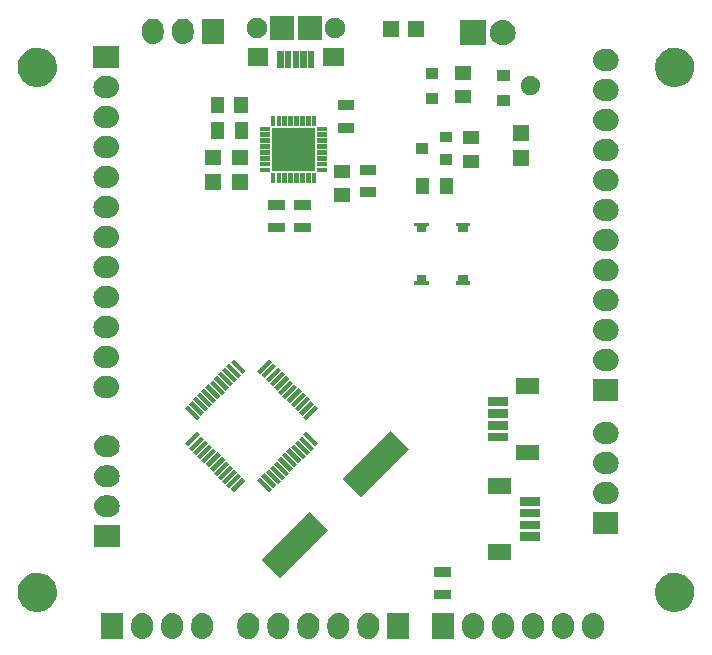
<source format=gts>
G04 #@! TF.FileFunction,Soldermask,Top*
%FSLAX46Y46*%
G04 Gerber Fmt 4.6, Leading zero omitted, Abs format (unit mm)*
G04 Created by KiCad (PCBNEW 4.0.5) date Tuesday, June 20, 2017 'PMt' 07:53:22 PM*
%MOMM*%
%LPD*%
G01*
G04 APERTURE LIST*
%ADD10C,0.100000*%
G04 APERTURE END LIST*
D10*
G36*
X149462189Y-117349008D02*
X149462198Y-117349011D01*
X149462219Y-117349013D01*
X149635066Y-117402518D01*
X149794228Y-117488576D01*
X149933643Y-117603911D01*
X150048001Y-117744128D01*
X150132947Y-117903887D01*
X150185244Y-118077102D01*
X150202900Y-118257177D01*
X150202900Y-118572500D01*
X150202820Y-118584079D01*
X150202819Y-118584089D01*
X150202810Y-118585367D01*
X150182641Y-118765178D01*
X150127930Y-118937647D01*
X150040763Y-119096204D01*
X149924458Y-119234811D01*
X149783446Y-119348187D01*
X149623098Y-119432015D01*
X149449521Y-119483102D01*
X149449500Y-119483104D01*
X149449493Y-119483106D01*
X149269330Y-119499503D01*
X149089411Y-119480592D01*
X149089402Y-119480589D01*
X149089381Y-119480587D01*
X148916534Y-119427082D01*
X148757372Y-119341024D01*
X148617957Y-119225689D01*
X148503599Y-119085472D01*
X148418653Y-118925713D01*
X148366356Y-118752498D01*
X148348700Y-118572423D01*
X148348700Y-118257100D01*
X148348780Y-118245521D01*
X148348781Y-118245511D01*
X148348790Y-118244233D01*
X148368959Y-118064422D01*
X148423670Y-117891953D01*
X148510837Y-117733396D01*
X148627142Y-117594789D01*
X148768154Y-117481413D01*
X148928502Y-117397585D01*
X149102079Y-117346498D01*
X149102100Y-117346496D01*
X149102107Y-117346494D01*
X149282270Y-117330097D01*
X149462189Y-117349008D01*
X149462189Y-117349008D01*
G37*
G36*
X146922189Y-117349008D02*
X146922198Y-117349011D01*
X146922219Y-117349013D01*
X147095066Y-117402518D01*
X147254228Y-117488576D01*
X147393643Y-117603911D01*
X147508001Y-117744128D01*
X147592947Y-117903887D01*
X147645244Y-118077102D01*
X147662900Y-118257177D01*
X147662900Y-118572500D01*
X147662820Y-118584079D01*
X147662819Y-118584089D01*
X147662810Y-118585367D01*
X147642641Y-118765178D01*
X147587930Y-118937647D01*
X147500763Y-119096204D01*
X147384458Y-119234811D01*
X147243446Y-119348187D01*
X147083098Y-119432015D01*
X146909521Y-119483102D01*
X146909500Y-119483104D01*
X146909493Y-119483106D01*
X146729330Y-119499503D01*
X146549411Y-119480592D01*
X146549402Y-119480589D01*
X146549381Y-119480587D01*
X146376534Y-119427082D01*
X146217372Y-119341024D01*
X146077957Y-119225689D01*
X145963599Y-119085472D01*
X145878653Y-118925713D01*
X145826356Y-118752498D01*
X145808700Y-118572423D01*
X145808700Y-118257100D01*
X145808780Y-118245521D01*
X145808781Y-118245511D01*
X145808790Y-118244233D01*
X145828959Y-118064422D01*
X145883670Y-117891953D01*
X145970837Y-117733396D01*
X146087142Y-117594789D01*
X146228154Y-117481413D01*
X146388502Y-117397585D01*
X146562079Y-117346498D01*
X146562100Y-117346496D01*
X146562107Y-117346494D01*
X146742270Y-117330097D01*
X146922189Y-117349008D01*
X146922189Y-117349008D01*
G37*
G36*
X144382189Y-117349008D02*
X144382198Y-117349011D01*
X144382219Y-117349013D01*
X144555066Y-117402518D01*
X144714228Y-117488576D01*
X144853643Y-117603911D01*
X144968001Y-117744128D01*
X145052947Y-117903887D01*
X145105244Y-118077102D01*
X145122900Y-118257177D01*
X145122900Y-118572500D01*
X145122820Y-118584079D01*
X145122819Y-118584089D01*
X145122810Y-118585367D01*
X145102641Y-118765178D01*
X145047930Y-118937647D01*
X144960763Y-119096204D01*
X144844458Y-119234811D01*
X144703446Y-119348187D01*
X144543098Y-119432015D01*
X144369521Y-119483102D01*
X144369500Y-119483104D01*
X144369493Y-119483106D01*
X144189330Y-119499503D01*
X144009411Y-119480592D01*
X144009402Y-119480589D01*
X144009381Y-119480587D01*
X143836534Y-119427082D01*
X143677372Y-119341024D01*
X143537957Y-119225689D01*
X143423599Y-119085472D01*
X143338653Y-118925713D01*
X143286356Y-118752498D01*
X143268700Y-118572423D01*
X143268700Y-118257100D01*
X143268780Y-118245521D01*
X143268781Y-118245511D01*
X143268790Y-118244233D01*
X143288959Y-118064422D01*
X143343670Y-117891953D01*
X143430837Y-117733396D01*
X143547142Y-117594789D01*
X143688154Y-117481413D01*
X143848502Y-117397585D01*
X144022079Y-117346498D01*
X144022100Y-117346496D01*
X144022107Y-117346494D01*
X144202270Y-117330097D01*
X144382189Y-117349008D01*
X144382189Y-117349008D01*
G37*
G36*
X141842189Y-117349008D02*
X141842198Y-117349011D01*
X141842219Y-117349013D01*
X142015066Y-117402518D01*
X142174228Y-117488576D01*
X142313643Y-117603911D01*
X142428001Y-117744128D01*
X142512947Y-117903887D01*
X142565244Y-118077102D01*
X142582900Y-118257177D01*
X142582900Y-118572500D01*
X142582820Y-118584079D01*
X142582819Y-118584089D01*
X142582810Y-118585367D01*
X142562641Y-118765178D01*
X142507930Y-118937647D01*
X142420763Y-119096204D01*
X142304458Y-119234811D01*
X142163446Y-119348187D01*
X142003098Y-119432015D01*
X141829521Y-119483102D01*
X141829500Y-119483104D01*
X141829493Y-119483106D01*
X141649330Y-119499503D01*
X141469411Y-119480592D01*
X141469402Y-119480589D01*
X141469381Y-119480587D01*
X141296534Y-119427082D01*
X141137372Y-119341024D01*
X140997957Y-119225689D01*
X140883599Y-119085472D01*
X140798653Y-118925713D01*
X140746356Y-118752498D01*
X140728700Y-118572423D01*
X140728700Y-118257100D01*
X140728780Y-118245521D01*
X140728781Y-118245511D01*
X140728790Y-118244233D01*
X140748959Y-118064422D01*
X140803670Y-117891953D01*
X140890837Y-117733396D01*
X141007142Y-117594789D01*
X141148154Y-117481413D01*
X141308502Y-117397585D01*
X141482079Y-117346498D01*
X141482100Y-117346496D01*
X141482107Y-117346494D01*
X141662270Y-117330097D01*
X141842189Y-117349008D01*
X141842189Y-117349008D01*
G37*
G36*
X139302189Y-117349008D02*
X139302198Y-117349011D01*
X139302219Y-117349013D01*
X139475066Y-117402518D01*
X139634228Y-117488576D01*
X139773643Y-117603911D01*
X139888001Y-117744128D01*
X139972947Y-117903887D01*
X140025244Y-118077102D01*
X140042900Y-118257177D01*
X140042900Y-118572500D01*
X140042820Y-118584079D01*
X140042819Y-118584089D01*
X140042810Y-118585367D01*
X140022641Y-118765178D01*
X139967930Y-118937647D01*
X139880763Y-119096204D01*
X139764458Y-119234811D01*
X139623446Y-119348187D01*
X139463098Y-119432015D01*
X139289521Y-119483102D01*
X139289500Y-119483104D01*
X139289493Y-119483106D01*
X139109330Y-119499503D01*
X138929411Y-119480592D01*
X138929402Y-119480589D01*
X138929381Y-119480587D01*
X138756534Y-119427082D01*
X138597372Y-119341024D01*
X138457957Y-119225689D01*
X138343599Y-119085472D01*
X138258653Y-118925713D01*
X138206356Y-118752498D01*
X138188700Y-118572423D01*
X138188700Y-118257100D01*
X138188780Y-118245521D01*
X138188781Y-118245511D01*
X138188790Y-118244233D01*
X138208959Y-118064422D01*
X138263670Y-117891953D01*
X138350837Y-117733396D01*
X138467142Y-117594789D01*
X138608154Y-117481413D01*
X138768502Y-117397585D01*
X138942079Y-117346498D01*
X138942100Y-117346496D01*
X138942107Y-117346494D01*
X139122270Y-117330097D01*
X139302189Y-117349008D01*
X139302189Y-117349008D01*
G37*
G36*
X130462989Y-117349008D02*
X130462998Y-117349011D01*
X130463019Y-117349013D01*
X130635866Y-117402518D01*
X130795028Y-117488576D01*
X130934443Y-117603911D01*
X131048801Y-117744128D01*
X131133747Y-117903887D01*
X131186044Y-118077102D01*
X131203700Y-118257177D01*
X131203700Y-118572500D01*
X131203620Y-118584079D01*
X131203619Y-118584089D01*
X131203610Y-118585367D01*
X131183441Y-118765178D01*
X131128730Y-118937647D01*
X131041563Y-119096204D01*
X130925258Y-119234811D01*
X130784246Y-119348187D01*
X130623898Y-119432015D01*
X130450321Y-119483102D01*
X130450300Y-119483104D01*
X130450293Y-119483106D01*
X130270130Y-119499503D01*
X130090211Y-119480592D01*
X130090202Y-119480589D01*
X130090181Y-119480587D01*
X129917334Y-119427082D01*
X129758172Y-119341024D01*
X129618757Y-119225689D01*
X129504399Y-119085472D01*
X129419453Y-118925713D01*
X129367156Y-118752498D01*
X129349500Y-118572423D01*
X129349500Y-118257100D01*
X129349580Y-118245521D01*
X129349581Y-118245511D01*
X129349590Y-118244233D01*
X129369759Y-118064422D01*
X129424470Y-117891953D01*
X129511637Y-117733396D01*
X129627942Y-117594789D01*
X129768954Y-117481413D01*
X129929302Y-117397585D01*
X130102879Y-117346498D01*
X130102900Y-117346496D01*
X130102907Y-117346494D01*
X130283070Y-117330097D01*
X130462989Y-117349008D01*
X130462989Y-117349008D01*
G37*
G36*
X127922989Y-117349008D02*
X127922998Y-117349011D01*
X127923019Y-117349013D01*
X128095866Y-117402518D01*
X128255028Y-117488576D01*
X128394443Y-117603911D01*
X128508801Y-117744128D01*
X128593747Y-117903887D01*
X128646044Y-118077102D01*
X128663700Y-118257177D01*
X128663700Y-118572500D01*
X128663620Y-118584079D01*
X128663619Y-118584089D01*
X128663610Y-118585367D01*
X128643441Y-118765178D01*
X128588730Y-118937647D01*
X128501563Y-119096204D01*
X128385258Y-119234811D01*
X128244246Y-119348187D01*
X128083898Y-119432015D01*
X127910321Y-119483102D01*
X127910300Y-119483104D01*
X127910293Y-119483106D01*
X127730130Y-119499503D01*
X127550211Y-119480592D01*
X127550202Y-119480589D01*
X127550181Y-119480587D01*
X127377334Y-119427082D01*
X127218172Y-119341024D01*
X127078757Y-119225689D01*
X126964399Y-119085472D01*
X126879453Y-118925713D01*
X126827156Y-118752498D01*
X126809500Y-118572423D01*
X126809500Y-118257100D01*
X126809580Y-118245521D01*
X126809581Y-118245511D01*
X126809590Y-118244233D01*
X126829759Y-118064422D01*
X126884470Y-117891953D01*
X126971637Y-117733396D01*
X127087942Y-117594789D01*
X127228954Y-117481413D01*
X127389302Y-117397585D01*
X127562879Y-117346498D01*
X127562900Y-117346496D01*
X127562907Y-117346494D01*
X127743070Y-117330097D01*
X127922989Y-117349008D01*
X127922989Y-117349008D01*
G37*
G36*
X125382989Y-117349008D02*
X125382998Y-117349011D01*
X125383019Y-117349013D01*
X125555866Y-117402518D01*
X125715028Y-117488576D01*
X125854443Y-117603911D01*
X125968801Y-117744128D01*
X126053747Y-117903887D01*
X126106044Y-118077102D01*
X126123700Y-118257177D01*
X126123700Y-118572500D01*
X126123620Y-118584079D01*
X126123619Y-118584089D01*
X126123610Y-118585367D01*
X126103441Y-118765178D01*
X126048730Y-118937647D01*
X125961563Y-119096204D01*
X125845258Y-119234811D01*
X125704246Y-119348187D01*
X125543898Y-119432015D01*
X125370321Y-119483102D01*
X125370300Y-119483104D01*
X125370293Y-119483106D01*
X125190130Y-119499503D01*
X125010211Y-119480592D01*
X125010202Y-119480589D01*
X125010181Y-119480587D01*
X124837334Y-119427082D01*
X124678172Y-119341024D01*
X124538757Y-119225689D01*
X124424399Y-119085472D01*
X124339453Y-118925713D01*
X124287156Y-118752498D01*
X124269500Y-118572423D01*
X124269500Y-118257100D01*
X124269580Y-118245521D01*
X124269581Y-118245511D01*
X124269590Y-118244233D01*
X124289759Y-118064422D01*
X124344470Y-117891953D01*
X124431637Y-117733396D01*
X124547942Y-117594789D01*
X124688954Y-117481413D01*
X124849302Y-117397585D01*
X125022879Y-117346498D01*
X125022900Y-117346496D01*
X125022907Y-117346494D01*
X125203070Y-117330097D01*
X125382989Y-117349008D01*
X125382989Y-117349008D01*
G37*
G36*
X122842989Y-117349008D02*
X122842998Y-117349011D01*
X122843019Y-117349013D01*
X123015866Y-117402518D01*
X123175028Y-117488576D01*
X123314443Y-117603911D01*
X123428801Y-117744128D01*
X123513747Y-117903887D01*
X123566044Y-118077102D01*
X123583700Y-118257177D01*
X123583700Y-118572500D01*
X123583620Y-118584079D01*
X123583619Y-118584089D01*
X123583610Y-118585367D01*
X123563441Y-118765178D01*
X123508730Y-118937647D01*
X123421563Y-119096204D01*
X123305258Y-119234811D01*
X123164246Y-119348187D01*
X123003898Y-119432015D01*
X122830321Y-119483102D01*
X122830300Y-119483104D01*
X122830293Y-119483106D01*
X122650130Y-119499503D01*
X122470211Y-119480592D01*
X122470202Y-119480589D01*
X122470181Y-119480587D01*
X122297334Y-119427082D01*
X122138172Y-119341024D01*
X121998757Y-119225689D01*
X121884399Y-119085472D01*
X121799453Y-118925713D01*
X121747156Y-118752498D01*
X121729500Y-118572423D01*
X121729500Y-118257100D01*
X121729580Y-118245521D01*
X121729581Y-118245511D01*
X121729590Y-118244233D01*
X121749759Y-118064422D01*
X121804470Y-117891953D01*
X121891637Y-117733396D01*
X122007942Y-117594789D01*
X122148954Y-117481413D01*
X122309302Y-117397585D01*
X122482879Y-117346498D01*
X122482900Y-117346496D01*
X122482907Y-117346494D01*
X122663070Y-117330097D01*
X122842989Y-117349008D01*
X122842989Y-117349008D01*
G37*
G36*
X120302989Y-117349008D02*
X120302998Y-117349011D01*
X120303019Y-117349013D01*
X120475866Y-117402518D01*
X120635028Y-117488576D01*
X120774443Y-117603911D01*
X120888801Y-117744128D01*
X120973747Y-117903887D01*
X121026044Y-118077102D01*
X121043700Y-118257177D01*
X121043700Y-118572500D01*
X121043620Y-118584079D01*
X121043619Y-118584089D01*
X121043610Y-118585367D01*
X121023441Y-118765178D01*
X120968730Y-118937647D01*
X120881563Y-119096204D01*
X120765258Y-119234811D01*
X120624246Y-119348187D01*
X120463898Y-119432015D01*
X120290321Y-119483102D01*
X120290300Y-119483104D01*
X120290293Y-119483106D01*
X120110130Y-119499503D01*
X119930211Y-119480592D01*
X119930202Y-119480589D01*
X119930181Y-119480587D01*
X119757334Y-119427082D01*
X119598172Y-119341024D01*
X119458757Y-119225689D01*
X119344399Y-119085472D01*
X119259453Y-118925713D01*
X119207156Y-118752498D01*
X119189500Y-118572423D01*
X119189500Y-118257100D01*
X119189580Y-118245521D01*
X119189581Y-118245511D01*
X119189590Y-118244233D01*
X119209759Y-118064422D01*
X119264470Y-117891953D01*
X119351637Y-117733396D01*
X119467942Y-117594789D01*
X119608954Y-117481413D01*
X119769302Y-117397585D01*
X119942879Y-117346498D01*
X119942900Y-117346496D01*
X119942907Y-117346494D01*
X120123070Y-117330097D01*
X120302989Y-117349008D01*
X120302989Y-117349008D01*
G37*
G36*
X116391389Y-117349008D02*
X116391398Y-117349011D01*
X116391419Y-117349013D01*
X116564266Y-117402518D01*
X116723428Y-117488576D01*
X116862843Y-117603911D01*
X116977201Y-117744128D01*
X117062147Y-117903887D01*
X117114444Y-118077102D01*
X117132100Y-118257177D01*
X117132100Y-118572500D01*
X117132020Y-118584079D01*
X117132019Y-118584089D01*
X117132010Y-118585367D01*
X117111841Y-118765178D01*
X117057130Y-118937647D01*
X116969963Y-119096204D01*
X116853658Y-119234811D01*
X116712646Y-119348187D01*
X116552298Y-119432015D01*
X116378721Y-119483102D01*
X116378700Y-119483104D01*
X116378693Y-119483106D01*
X116198530Y-119499503D01*
X116018611Y-119480592D01*
X116018602Y-119480589D01*
X116018581Y-119480587D01*
X115845734Y-119427082D01*
X115686572Y-119341024D01*
X115547157Y-119225689D01*
X115432799Y-119085472D01*
X115347853Y-118925713D01*
X115295556Y-118752498D01*
X115277900Y-118572423D01*
X115277900Y-118257100D01*
X115277980Y-118245521D01*
X115277981Y-118245511D01*
X115277990Y-118244233D01*
X115298159Y-118064422D01*
X115352870Y-117891953D01*
X115440037Y-117733396D01*
X115556342Y-117594789D01*
X115697354Y-117481413D01*
X115857702Y-117397585D01*
X116031279Y-117346498D01*
X116031300Y-117346496D01*
X116031307Y-117346494D01*
X116211470Y-117330097D01*
X116391389Y-117349008D01*
X116391389Y-117349008D01*
G37*
G36*
X113851389Y-117349008D02*
X113851398Y-117349011D01*
X113851419Y-117349013D01*
X114024266Y-117402518D01*
X114183428Y-117488576D01*
X114322843Y-117603911D01*
X114437201Y-117744128D01*
X114522147Y-117903887D01*
X114574444Y-118077102D01*
X114592100Y-118257177D01*
X114592100Y-118572500D01*
X114592020Y-118584079D01*
X114592019Y-118584089D01*
X114592010Y-118585367D01*
X114571841Y-118765178D01*
X114517130Y-118937647D01*
X114429963Y-119096204D01*
X114313658Y-119234811D01*
X114172646Y-119348187D01*
X114012298Y-119432015D01*
X113838721Y-119483102D01*
X113838700Y-119483104D01*
X113838693Y-119483106D01*
X113658530Y-119499503D01*
X113478611Y-119480592D01*
X113478602Y-119480589D01*
X113478581Y-119480587D01*
X113305734Y-119427082D01*
X113146572Y-119341024D01*
X113007157Y-119225689D01*
X112892799Y-119085472D01*
X112807853Y-118925713D01*
X112755556Y-118752498D01*
X112737900Y-118572423D01*
X112737900Y-118257100D01*
X112737980Y-118245521D01*
X112737981Y-118245511D01*
X112737990Y-118244233D01*
X112758159Y-118064422D01*
X112812870Y-117891953D01*
X112900037Y-117733396D01*
X113016342Y-117594789D01*
X113157354Y-117481413D01*
X113317702Y-117397585D01*
X113491279Y-117346498D01*
X113491300Y-117346496D01*
X113491307Y-117346494D01*
X113671470Y-117330097D01*
X113851389Y-117349008D01*
X113851389Y-117349008D01*
G37*
G36*
X111311389Y-117349008D02*
X111311398Y-117349011D01*
X111311419Y-117349013D01*
X111484266Y-117402518D01*
X111643428Y-117488576D01*
X111782843Y-117603911D01*
X111897201Y-117744128D01*
X111982147Y-117903887D01*
X112034444Y-118077102D01*
X112052100Y-118257177D01*
X112052100Y-118572500D01*
X112052020Y-118584079D01*
X112052019Y-118584089D01*
X112052010Y-118585367D01*
X112031841Y-118765178D01*
X111977130Y-118937647D01*
X111889963Y-119096204D01*
X111773658Y-119234811D01*
X111632646Y-119348187D01*
X111472298Y-119432015D01*
X111298721Y-119483102D01*
X111298700Y-119483104D01*
X111298693Y-119483106D01*
X111118530Y-119499503D01*
X110938611Y-119480592D01*
X110938602Y-119480589D01*
X110938581Y-119480587D01*
X110765734Y-119427082D01*
X110606572Y-119341024D01*
X110467157Y-119225689D01*
X110352799Y-119085472D01*
X110267853Y-118925713D01*
X110215556Y-118752498D01*
X110197900Y-118572423D01*
X110197900Y-118257100D01*
X110197980Y-118245521D01*
X110197981Y-118245511D01*
X110197990Y-118244233D01*
X110218159Y-118064422D01*
X110272870Y-117891953D01*
X110360037Y-117733396D01*
X110476342Y-117594789D01*
X110617354Y-117481413D01*
X110777702Y-117397585D01*
X110951279Y-117346498D01*
X110951300Y-117346496D01*
X110951307Y-117346494D01*
X111131470Y-117330097D01*
X111311389Y-117349008D01*
X111311389Y-117349008D01*
G37*
G36*
X109512100Y-119494300D02*
X107657900Y-119494300D01*
X107657900Y-117335300D01*
X109512100Y-117335300D01*
X109512100Y-119494300D01*
X109512100Y-119494300D01*
G37*
G36*
X133743700Y-119494300D02*
X131889500Y-119494300D01*
X131889500Y-117335300D01*
X133743700Y-117335300D01*
X133743700Y-119494300D01*
X133743700Y-119494300D01*
G37*
G36*
X137502900Y-119494300D02*
X135648700Y-119494300D01*
X135648700Y-117335300D01*
X137502900Y-117335300D01*
X137502900Y-119494300D01*
X137502900Y-119494300D01*
G37*
G36*
X102409721Y-113907606D02*
X102729293Y-113973204D01*
X103030030Y-114099623D01*
X103300486Y-114282048D01*
X103530361Y-114513532D01*
X103710892Y-114785254D01*
X103835209Y-115086869D01*
X103898529Y-115406664D01*
X103898529Y-115406672D01*
X103898571Y-115406885D01*
X103893368Y-115779501D01*
X103893321Y-115779707D01*
X103893321Y-115779720D01*
X103821095Y-116097623D01*
X103688405Y-116395650D01*
X103500354Y-116662228D01*
X103264111Y-116887198D01*
X102988665Y-117062003D01*
X102684515Y-117179974D01*
X102363238Y-117236625D01*
X102037080Y-117229792D01*
X101718466Y-117159740D01*
X101419514Y-117029132D01*
X101151635Y-116842951D01*
X100925017Y-116608281D01*
X100748295Y-116334062D01*
X100628202Y-116030742D01*
X100569311Y-115709873D01*
X100573867Y-115383672D01*
X100641692Y-115064577D01*
X100770211Y-114764721D01*
X100954519Y-114495546D01*
X101187599Y-114267297D01*
X101460576Y-114088667D01*
X101763051Y-113966459D01*
X102083506Y-113905329D01*
X102409721Y-113907606D01*
X102409721Y-113907606D01*
G37*
G36*
X156384721Y-113907606D02*
X156704293Y-113973204D01*
X157005030Y-114099623D01*
X157275486Y-114282048D01*
X157505361Y-114513532D01*
X157685892Y-114785254D01*
X157810209Y-115086869D01*
X157873529Y-115406664D01*
X157873529Y-115406672D01*
X157873571Y-115406885D01*
X157868368Y-115779501D01*
X157868321Y-115779707D01*
X157868321Y-115779720D01*
X157796095Y-116097623D01*
X157663405Y-116395650D01*
X157475354Y-116662228D01*
X157239111Y-116887198D01*
X156963665Y-117062003D01*
X156659515Y-117179974D01*
X156338238Y-117236625D01*
X156012080Y-117229792D01*
X155693466Y-117159740D01*
X155394514Y-117029132D01*
X155126635Y-116842951D01*
X154900017Y-116608281D01*
X154723295Y-116334062D01*
X154603202Y-116030742D01*
X154544311Y-115709873D01*
X154548867Y-115383672D01*
X154616692Y-115064577D01*
X154745211Y-114764721D01*
X154929519Y-114495546D01*
X155162599Y-114267297D01*
X155435576Y-114088667D01*
X155738051Y-113966459D01*
X156058506Y-113905329D01*
X156384721Y-113907606D01*
X156384721Y-113907606D01*
G37*
G36*
X137258820Y-116171500D02*
X135831820Y-116171500D01*
X135831820Y-115344500D01*
X137258820Y-115344500D01*
X137258820Y-116171500D01*
X137258820Y-116171500D01*
G37*
G36*
X126841154Y-110318983D02*
X122791059Y-114369078D01*
X121215922Y-112793941D01*
X125266017Y-108743846D01*
X126841154Y-110318983D01*
X126841154Y-110318983D01*
G37*
G36*
X137258820Y-114271500D02*
X135831820Y-114271500D01*
X135831820Y-113444500D01*
X137258820Y-113444500D01*
X137258820Y-114271500D01*
X137258820Y-114271500D01*
G37*
G36*
X142362640Y-112820660D02*
X140435640Y-112820660D01*
X140435640Y-111493660D01*
X142362640Y-111493660D01*
X142362640Y-112820660D01*
X142362640Y-112820660D01*
G37*
G36*
X109207300Y-111747300D02*
X107048300Y-111747300D01*
X107048300Y-109893100D01*
X109207300Y-109893100D01*
X109207300Y-111747300D01*
X109207300Y-111747300D01*
G37*
G36*
X144762640Y-111220660D02*
X143085640Y-111220660D01*
X143085640Y-110493660D01*
X144762640Y-110493660D01*
X144762640Y-111220660D01*
X144762640Y-111220660D01*
G37*
G36*
X151447500Y-110629700D02*
X149288500Y-110629700D01*
X149288500Y-108775500D01*
X151447500Y-108775500D01*
X151447500Y-110629700D01*
X151447500Y-110629700D01*
G37*
G36*
X144762640Y-110220660D02*
X143085640Y-110220660D01*
X143085640Y-109493660D01*
X144762640Y-109493660D01*
X144762640Y-110220660D01*
X144762640Y-110220660D01*
G37*
G36*
X144762640Y-109220660D02*
X143085640Y-109220660D01*
X143085640Y-108493660D01*
X144762640Y-108493660D01*
X144762640Y-109220660D01*
X144762640Y-109220660D01*
G37*
G36*
X108297079Y-107353180D02*
X108297089Y-107353181D01*
X108298367Y-107353190D01*
X108478178Y-107373359D01*
X108650647Y-107428070D01*
X108809204Y-107515237D01*
X108947811Y-107631542D01*
X109061187Y-107772554D01*
X109145015Y-107932902D01*
X109196102Y-108106479D01*
X109196104Y-108106500D01*
X109196106Y-108106507D01*
X109212503Y-108286670D01*
X109193592Y-108466589D01*
X109193589Y-108466598D01*
X109193587Y-108466619D01*
X109140082Y-108639466D01*
X109054024Y-108798628D01*
X108938689Y-108938043D01*
X108798472Y-109052401D01*
X108638713Y-109137347D01*
X108465498Y-109189644D01*
X108285423Y-109207300D01*
X107970100Y-109207300D01*
X107958521Y-109207220D01*
X107958511Y-109207219D01*
X107957233Y-109207210D01*
X107777422Y-109187041D01*
X107604953Y-109132330D01*
X107446396Y-109045163D01*
X107307789Y-108928858D01*
X107194413Y-108787846D01*
X107110585Y-108627498D01*
X107059498Y-108453921D01*
X107059496Y-108453900D01*
X107059494Y-108453893D01*
X107043097Y-108273730D01*
X107062008Y-108093811D01*
X107062011Y-108093802D01*
X107062013Y-108093781D01*
X107115518Y-107920934D01*
X107201576Y-107761772D01*
X107316911Y-107622357D01*
X107457128Y-107507999D01*
X107616887Y-107423053D01*
X107790102Y-107370756D01*
X107970177Y-107353100D01*
X108285500Y-107353100D01*
X108297079Y-107353180D01*
X108297079Y-107353180D01*
G37*
G36*
X144762640Y-108220660D02*
X143085640Y-108220660D01*
X143085640Y-107493660D01*
X144762640Y-107493660D01*
X144762640Y-108220660D01*
X144762640Y-108220660D01*
G37*
G36*
X150537279Y-106235580D02*
X150537289Y-106235581D01*
X150538567Y-106235590D01*
X150718378Y-106255759D01*
X150890847Y-106310470D01*
X151049404Y-106397637D01*
X151188011Y-106513942D01*
X151301387Y-106654954D01*
X151385215Y-106815302D01*
X151436302Y-106988879D01*
X151436304Y-106988900D01*
X151436306Y-106988907D01*
X151452703Y-107169070D01*
X151433792Y-107348989D01*
X151433789Y-107348998D01*
X151433787Y-107349019D01*
X151380282Y-107521866D01*
X151294224Y-107681028D01*
X151178889Y-107820443D01*
X151038672Y-107934801D01*
X150878913Y-108019747D01*
X150705698Y-108072044D01*
X150525623Y-108089700D01*
X150210300Y-108089700D01*
X150198721Y-108089620D01*
X150198711Y-108089619D01*
X150197433Y-108089610D01*
X150017622Y-108069441D01*
X149845153Y-108014730D01*
X149686596Y-107927563D01*
X149547989Y-107811258D01*
X149434613Y-107670246D01*
X149350785Y-107509898D01*
X149299698Y-107336321D01*
X149299696Y-107336300D01*
X149299694Y-107336293D01*
X149283297Y-107156130D01*
X149302208Y-106976211D01*
X149302211Y-106976202D01*
X149302213Y-106976181D01*
X149355718Y-106803334D01*
X149441776Y-106644172D01*
X149557111Y-106504757D01*
X149697328Y-106390399D01*
X149857087Y-106305453D01*
X150030302Y-106253156D01*
X150210377Y-106235500D01*
X150525700Y-106235500D01*
X150537279Y-106235580D01*
X150537279Y-106235580D01*
G37*
G36*
X133698478Y-103461659D02*
X129648383Y-107511754D01*
X128073246Y-105936617D01*
X132123341Y-101886522D01*
X133698478Y-103461659D01*
X133698478Y-103461659D01*
G37*
G36*
X142362640Y-107220660D02*
X140435640Y-107220660D01*
X140435640Y-105893660D01*
X142362640Y-105893660D01*
X142362640Y-107220660D01*
X142362640Y-107220660D01*
G37*
G36*
X122139781Y-106839289D02*
X121873202Y-107105868D01*
X120864161Y-106096827D01*
X121130740Y-105830248D01*
X122139781Y-106839289D01*
X122139781Y-106839289D01*
G37*
G36*
X119877039Y-106096827D02*
X118867998Y-107105868D01*
X118601419Y-106839289D01*
X119610460Y-105830248D01*
X119877039Y-106096827D01*
X119877039Y-106096827D01*
G37*
G36*
X122493334Y-106485736D02*
X122226755Y-106752315D01*
X121217714Y-105743274D01*
X121484293Y-105476695D01*
X122493334Y-106485736D01*
X122493334Y-106485736D01*
G37*
G36*
X119523486Y-105743274D02*
X118514445Y-106752315D01*
X118247866Y-106485736D01*
X119256907Y-105476695D01*
X119523486Y-105743274D01*
X119523486Y-105743274D01*
G37*
G36*
X108297079Y-104813180D02*
X108297089Y-104813181D01*
X108298367Y-104813190D01*
X108478178Y-104833359D01*
X108650647Y-104888070D01*
X108809204Y-104975237D01*
X108947811Y-105091542D01*
X109061187Y-105232554D01*
X109145015Y-105392902D01*
X109196102Y-105566479D01*
X109196104Y-105566500D01*
X109196106Y-105566507D01*
X109212503Y-105746670D01*
X109193592Y-105926589D01*
X109193589Y-105926598D01*
X109193587Y-105926619D01*
X109140082Y-106099466D01*
X109054024Y-106258628D01*
X108938689Y-106398043D01*
X108798472Y-106512401D01*
X108638713Y-106597347D01*
X108465498Y-106649644D01*
X108285423Y-106667300D01*
X107970100Y-106667300D01*
X107958521Y-106667220D01*
X107958511Y-106667219D01*
X107957233Y-106667210D01*
X107777422Y-106647041D01*
X107604953Y-106592330D01*
X107446396Y-106505163D01*
X107307789Y-106388858D01*
X107194413Y-106247846D01*
X107110585Y-106087498D01*
X107059498Y-105913921D01*
X107059496Y-105913900D01*
X107059494Y-105913893D01*
X107043097Y-105733730D01*
X107062008Y-105553811D01*
X107062011Y-105553802D01*
X107062013Y-105553781D01*
X107115518Y-105380934D01*
X107201576Y-105221772D01*
X107316911Y-105082357D01*
X107457128Y-104967999D01*
X107616887Y-104883053D01*
X107790102Y-104830756D01*
X107970177Y-104813100D01*
X108285500Y-104813100D01*
X108297079Y-104813180D01*
X108297079Y-104813180D01*
G37*
G36*
X122846888Y-106132182D02*
X122580309Y-106398761D01*
X121571268Y-105389720D01*
X121837847Y-105123141D01*
X122846888Y-106132182D01*
X122846888Y-106132182D01*
G37*
G36*
X119169932Y-105389720D02*
X118160891Y-106398761D01*
X117894312Y-106132182D01*
X118903353Y-105123141D01*
X119169932Y-105389720D01*
X119169932Y-105389720D01*
G37*
G36*
X118816379Y-105036167D02*
X117807338Y-106045208D01*
X117540759Y-105778629D01*
X118549800Y-104769588D01*
X118816379Y-105036167D01*
X118816379Y-105036167D01*
G37*
G36*
X123200441Y-105778629D02*
X122933862Y-106045208D01*
X121924821Y-105036167D01*
X122191400Y-104769588D01*
X123200441Y-105778629D01*
X123200441Y-105778629D01*
G37*
G36*
X123553994Y-105425076D02*
X123287415Y-105691655D01*
X122278374Y-104682614D01*
X122544953Y-104416035D01*
X123553994Y-105425076D01*
X123553994Y-105425076D01*
G37*
G36*
X118462826Y-104682614D02*
X117453785Y-105691655D01*
X117187206Y-105425076D01*
X118196247Y-104416035D01*
X118462826Y-104682614D01*
X118462826Y-104682614D01*
G37*
G36*
X150537279Y-103695580D02*
X150537289Y-103695581D01*
X150538567Y-103695590D01*
X150718378Y-103715759D01*
X150890847Y-103770470D01*
X151049404Y-103857637D01*
X151188011Y-103973942D01*
X151301387Y-104114954D01*
X151385215Y-104275302D01*
X151436302Y-104448879D01*
X151436304Y-104448900D01*
X151436306Y-104448907D01*
X151452703Y-104629070D01*
X151433792Y-104808989D01*
X151433789Y-104808998D01*
X151433787Y-104809019D01*
X151380282Y-104981866D01*
X151294224Y-105141028D01*
X151178889Y-105280443D01*
X151038672Y-105394801D01*
X150878913Y-105479747D01*
X150705698Y-105532044D01*
X150525623Y-105549700D01*
X150210300Y-105549700D01*
X150198721Y-105549620D01*
X150198711Y-105549619D01*
X150197433Y-105549610D01*
X150017622Y-105529441D01*
X149845153Y-105474730D01*
X149686596Y-105387563D01*
X149547989Y-105271258D01*
X149434613Y-105130246D01*
X149350785Y-104969898D01*
X149299698Y-104796321D01*
X149299696Y-104796300D01*
X149299694Y-104796293D01*
X149283297Y-104616130D01*
X149302208Y-104436211D01*
X149302211Y-104436202D01*
X149302213Y-104436181D01*
X149355718Y-104263334D01*
X149441776Y-104104172D01*
X149557111Y-103964757D01*
X149697328Y-103850399D01*
X149857087Y-103765453D01*
X150030302Y-103713156D01*
X150210377Y-103695500D01*
X150525700Y-103695500D01*
X150537279Y-103695580D01*
X150537279Y-103695580D01*
G37*
G36*
X123907548Y-105071522D02*
X123640969Y-105338101D01*
X122631928Y-104329060D01*
X122898507Y-104062481D01*
X123907548Y-105071522D01*
X123907548Y-105071522D01*
G37*
G36*
X118109272Y-104329060D02*
X117100231Y-105338101D01*
X116833652Y-105071522D01*
X117842693Y-104062481D01*
X118109272Y-104329060D01*
X118109272Y-104329060D01*
G37*
G36*
X124261101Y-104717969D02*
X123994522Y-104984548D01*
X122985481Y-103975507D01*
X123252060Y-103708928D01*
X124261101Y-104717969D01*
X124261101Y-104717969D01*
G37*
G36*
X117755719Y-103975507D02*
X116746678Y-104984548D01*
X116480099Y-104717969D01*
X117489140Y-103708928D01*
X117755719Y-103975507D01*
X117755719Y-103975507D01*
G37*
G36*
X124614655Y-104364415D02*
X124348076Y-104630994D01*
X123339035Y-103621953D01*
X123605614Y-103355374D01*
X124614655Y-104364415D01*
X124614655Y-104364415D01*
G37*
G36*
X117402165Y-103621953D02*
X116393124Y-104630994D01*
X116126545Y-104364415D01*
X117135586Y-103355374D01*
X117402165Y-103621953D01*
X117402165Y-103621953D01*
G37*
G36*
X144720000Y-104382780D02*
X142793000Y-104382780D01*
X142793000Y-103055780D01*
X144720000Y-103055780D01*
X144720000Y-104382780D01*
X144720000Y-104382780D01*
G37*
G36*
X117048612Y-103268400D02*
X116039571Y-104277441D01*
X115772992Y-104010862D01*
X116782033Y-103001821D01*
X117048612Y-103268400D01*
X117048612Y-103268400D01*
G37*
G36*
X124968208Y-104010862D02*
X124701629Y-104277441D01*
X123692588Y-103268400D01*
X123959167Y-103001821D01*
X124968208Y-104010862D01*
X124968208Y-104010862D01*
G37*
G36*
X108297079Y-102273180D02*
X108297089Y-102273181D01*
X108298367Y-102273190D01*
X108478178Y-102293359D01*
X108650647Y-102348070D01*
X108809204Y-102435237D01*
X108947811Y-102551542D01*
X109061187Y-102692554D01*
X109145015Y-102852902D01*
X109196102Y-103026479D01*
X109196104Y-103026500D01*
X109196106Y-103026507D01*
X109212503Y-103206670D01*
X109193592Y-103386589D01*
X109193589Y-103386598D01*
X109193587Y-103386619D01*
X109140082Y-103559466D01*
X109054024Y-103718628D01*
X108938689Y-103858043D01*
X108798472Y-103972401D01*
X108638713Y-104057347D01*
X108465498Y-104109644D01*
X108285423Y-104127300D01*
X107970100Y-104127300D01*
X107958521Y-104127220D01*
X107958511Y-104127219D01*
X107957233Y-104127210D01*
X107777422Y-104107041D01*
X107604953Y-104052330D01*
X107446396Y-103965163D01*
X107307789Y-103848858D01*
X107194413Y-103707846D01*
X107110585Y-103547498D01*
X107059498Y-103373921D01*
X107059496Y-103373900D01*
X107059494Y-103373893D01*
X107043097Y-103193730D01*
X107062008Y-103013811D01*
X107062011Y-103013802D01*
X107062013Y-103013781D01*
X107115518Y-102840934D01*
X107201576Y-102681772D01*
X107316911Y-102542357D01*
X107457128Y-102427999D01*
X107616887Y-102343053D01*
X107790102Y-102290756D01*
X107970177Y-102273100D01*
X108285500Y-102273100D01*
X108297079Y-102273180D01*
X108297079Y-102273180D01*
G37*
G36*
X116695059Y-102914847D02*
X115686018Y-103923888D01*
X115419439Y-103657309D01*
X116428480Y-102648268D01*
X116695059Y-102914847D01*
X116695059Y-102914847D01*
G37*
G36*
X125321761Y-103657309D02*
X125055182Y-103923888D01*
X124046141Y-102914847D01*
X124312720Y-102648268D01*
X125321761Y-103657309D01*
X125321761Y-103657309D01*
G37*
G36*
X116341505Y-102561293D02*
X115332464Y-103570334D01*
X115065885Y-103303755D01*
X116074926Y-102294714D01*
X116341505Y-102561293D01*
X116341505Y-102561293D01*
G37*
G36*
X125675315Y-103303755D02*
X125408736Y-103570334D01*
X124399695Y-102561293D01*
X124666274Y-102294714D01*
X125675315Y-103303755D01*
X125675315Y-103303755D01*
G37*
G36*
X115987952Y-102207740D02*
X114978911Y-103216781D01*
X114712332Y-102950202D01*
X115721373Y-101941161D01*
X115987952Y-102207740D01*
X115987952Y-102207740D01*
G37*
G36*
X126028868Y-102950202D02*
X125762289Y-103216781D01*
X124753248Y-102207740D01*
X125019827Y-101941161D01*
X126028868Y-102950202D01*
X126028868Y-102950202D01*
G37*
G36*
X150537279Y-101155580D02*
X150537289Y-101155581D01*
X150538567Y-101155590D01*
X150718378Y-101175759D01*
X150890847Y-101230470D01*
X151049404Y-101317637D01*
X151188011Y-101433942D01*
X151301387Y-101574954D01*
X151385215Y-101735302D01*
X151436302Y-101908879D01*
X151436304Y-101908900D01*
X151436306Y-101908907D01*
X151452703Y-102089070D01*
X151433792Y-102268989D01*
X151433789Y-102268998D01*
X151433787Y-102269019D01*
X151380282Y-102441866D01*
X151294224Y-102601028D01*
X151178889Y-102740443D01*
X151038672Y-102854801D01*
X150878913Y-102939747D01*
X150705698Y-102992044D01*
X150525623Y-103009700D01*
X150210300Y-103009700D01*
X150198721Y-103009620D01*
X150198711Y-103009619D01*
X150197433Y-103009610D01*
X150017622Y-102989441D01*
X149845153Y-102934730D01*
X149686596Y-102847563D01*
X149547989Y-102731258D01*
X149434613Y-102590246D01*
X149350785Y-102429898D01*
X149299698Y-102256321D01*
X149299696Y-102256300D01*
X149299694Y-102256293D01*
X149283297Y-102076130D01*
X149302208Y-101896211D01*
X149302211Y-101896202D01*
X149302213Y-101896181D01*
X149355718Y-101723334D01*
X149441776Y-101564172D01*
X149557111Y-101424757D01*
X149697328Y-101310399D01*
X149857087Y-101225453D01*
X150030302Y-101173156D01*
X150210377Y-101155500D01*
X150525700Y-101155500D01*
X150537279Y-101155580D01*
X150537279Y-101155580D01*
G37*
G36*
X142070000Y-102782780D02*
X140393000Y-102782780D01*
X140393000Y-102055780D01*
X142070000Y-102055780D01*
X142070000Y-102782780D01*
X142070000Y-102782780D01*
G37*
G36*
X142070000Y-101782780D02*
X140393000Y-101782780D01*
X140393000Y-101055780D01*
X142070000Y-101055780D01*
X142070000Y-101782780D01*
X142070000Y-101782780D01*
G37*
G36*
X115987952Y-100687460D02*
X115721373Y-100954039D01*
X114712332Y-99944998D01*
X114978911Y-99678419D01*
X115987952Y-100687460D01*
X115987952Y-100687460D01*
G37*
G36*
X126028868Y-99944998D02*
X125019827Y-100954039D01*
X124753248Y-100687460D01*
X125762289Y-99678419D01*
X126028868Y-99944998D01*
X126028868Y-99944998D01*
G37*
G36*
X142070000Y-100782780D02*
X140393000Y-100782780D01*
X140393000Y-100055780D01*
X142070000Y-100055780D01*
X142070000Y-100782780D01*
X142070000Y-100782780D01*
G37*
G36*
X116341505Y-100333907D02*
X116074926Y-100600486D01*
X115065885Y-99591445D01*
X115332464Y-99324866D01*
X116341505Y-100333907D01*
X116341505Y-100333907D01*
G37*
G36*
X125675315Y-99591445D02*
X124666274Y-100600486D01*
X124399695Y-100333907D01*
X125408736Y-99324866D01*
X125675315Y-99591445D01*
X125675315Y-99591445D01*
G37*
G36*
X125321761Y-99237891D02*
X124312720Y-100246932D01*
X124046141Y-99980353D01*
X125055182Y-98971312D01*
X125321761Y-99237891D01*
X125321761Y-99237891D01*
G37*
G36*
X116695059Y-99980353D02*
X116428480Y-100246932D01*
X115419439Y-99237891D01*
X115686018Y-98971312D01*
X116695059Y-99980353D01*
X116695059Y-99980353D01*
G37*
G36*
X117048612Y-99626800D02*
X116782033Y-99893379D01*
X115772992Y-98884338D01*
X116039571Y-98617759D01*
X117048612Y-99626800D01*
X117048612Y-99626800D01*
G37*
G36*
X124968208Y-98884338D02*
X123959167Y-99893379D01*
X123692588Y-99626800D01*
X124701629Y-98617759D01*
X124968208Y-98884338D01*
X124968208Y-98884338D01*
G37*
G36*
X142070000Y-99782780D02*
X140393000Y-99782780D01*
X140393000Y-99055780D01*
X142070000Y-99055780D01*
X142070000Y-99782780D01*
X142070000Y-99782780D01*
G37*
G36*
X124614655Y-98530785D02*
X123605614Y-99539826D01*
X123339035Y-99273247D01*
X124348076Y-98264206D01*
X124614655Y-98530785D01*
X124614655Y-98530785D01*
G37*
G36*
X117402165Y-99273247D02*
X117135586Y-99539826D01*
X116126545Y-98530785D01*
X116393124Y-98264206D01*
X117402165Y-99273247D01*
X117402165Y-99273247D01*
G37*
G36*
X151447500Y-99352100D02*
X149288500Y-99352100D01*
X149288500Y-97497900D01*
X151447500Y-97497900D01*
X151447500Y-99352100D01*
X151447500Y-99352100D01*
G37*
G36*
X124261101Y-98177231D02*
X123252060Y-99186272D01*
X122985481Y-98919693D01*
X123994522Y-97910652D01*
X124261101Y-98177231D01*
X124261101Y-98177231D01*
G37*
G36*
X117755719Y-98919693D02*
X117489140Y-99186272D01*
X116480099Y-98177231D01*
X116746678Y-97910652D01*
X117755719Y-98919693D01*
X117755719Y-98919693D01*
G37*
G36*
X108246279Y-97243980D02*
X108246289Y-97243981D01*
X108247567Y-97243990D01*
X108427378Y-97264159D01*
X108599847Y-97318870D01*
X108758404Y-97406037D01*
X108897011Y-97522342D01*
X109010387Y-97663354D01*
X109094215Y-97823702D01*
X109145302Y-97997279D01*
X109145304Y-97997300D01*
X109145306Y-97997307D01*
X109161703Y-98177470D01*
X109142792Y-98357389D01*
X109142789Y-98357398D01*
X109142787Y-98357419D01*
X109089282Y-98530266D01*
X109003224Y-98689428D01*
X108887889Y-98828843D01*
X108747672Y-98943201D01*
X108587913Y-99028147D01*
X108414698Y-99080444D01*
X108234623Y-99098100D01*
X107919300Y-99098100D01*
X107907721Y-99098020D01*
X107907711Y-99098019D01*
X107906433Y-99098010D01*
X107726622Y-99077841D01*
X107554153Y-99023130D01*
X107395596Y-98935963D01*
X107256989Y-98819658D01*
X107143613Y-98678646D01*
X107059785Y-98518298D01*
X107008698Y-98344721D01*
X107008696Y-98344700D01*
X107008694Y-98344693D01*
X106992297Y-98164530D01*
X107011208Y-97984611D01*
X107011211Y-97984602D01*
X107011213Y-97984581D01*
X107064718Y-97811734D01*
X107150776Y-97652572D01*
X107266111Y-97513157D01*
X107406328Y-97398799D01*
X107566087Y-97313853D01*
X107739302Y-97261556D01*
X107919377Y-97243900D01*
X108234700Y-97243900D01*
X108246279Y-97243980D01*
X108246279Y-97243980D01*
G37*
G36*
X123907548Y-97823678D02*
X122898507Y-98832719D01*
X122631928Y-98566140D01*
X123640969Y-97557099D01*
X123907548Y-97823678D01*
X123907548Y-97823678D01*
G37*
G36*
X118109272Y-98566140D02*
X117842693Y-98832719D01*
X116833652Y-97823678D01*
X117100231Y-97557099D01*
X118109272Y-98566140D01*
X118109272Y-98566140D01*
G37*
G36*
X144720000Y-98782780D02*
X142793000Y-98782780D01*
X142793000Y-97455780D01*
X144720000Y-97455780D01*
X144720000Y-98782780D01*
X144720000Y-98782780D01*
G37*
G36*
X118462826Y-98212586D02*
X118196247Y-98479165D01*
X117187206Y-97470124D01*
X117453785Y-97203545D01*
X118462826Y-98212586D01*
X118462826Y-98212586D01*
G37*
G36*
X123553994Y-97470124D02*
X122544953Y-98479165D01*
X122278374Y-98212586D01*
X123287415Y-97203545D01*
X123553994Y-97470124D01*
X123553994Y-97470124D01*
G37*
G36*
X118816379Y-97859033D02*
X118549800Y-98125612D01*
X117540759Y-97116571D01*
X117807338Y-96849992D01*
X118816379Y-97859033D01*
X118816379Y-97859033D01*
G37*
G36*
X123200441Y-97116571D02*
X122191400Y-98125612D01*
X121924821Y-97859033D01*
X122933862Y-96849992D01*
X123200441Y-97116571D01*
X123200441Y-97116571D01*
G37*
G36*
X119169932Y-97505480D02*
X118903353Y-97772059D01*
X117894312Y-96763018D01*
X118160891Y-96496439D01*
X119169932Y-97505480D01*
X119169932Y-97505480D01*
G37*
G36*
X122846888Y-96763018D02*
X121837847Y-97772059D01*
X121571268Y-97505480D01*
X122580309Y-96496439D01*
X122846888Y-96763018D01*
X122846888Y-96763018D01*
G37*
G36*
X119523486Y-97151926D02*
X119256907Y-97418505D01*
X118247866Y-96409464D01*
X118514445Y-96142885D01*
X119523486Y-97151926D01*
X119523486Y-97151926D01*
G37*
G36*
X122493334Y-96409464D02*
X121484293Y-97418505D01*
X121217714Y-97151926D01*
X122226755Y-96142885D01*
X122493334Y-96409464D01*
X122493334Y-96409464D01*
G37*
G36*
X122139781Y-96055911D02*
X121130740Y-97064952D01*
X120864161Y-96798373D01*
X121873202Y-95789332D01*
X122139781Y-96055911D01*
X122139781Y-96055911D01*
G37*
G36*
X119877039Y-96798373D02*
X119610460Y-97064952D01*
X118601419Y-96055911D01*
X118867998Y-95789332D01*
X119877039Y-96798373D01*
X119877039Y-96798373D01*
G37*
G36*
X150537279Y-94957980D02*
X150537289Y-94957981D01*
X150538567Y-94957990D01*
X150718378Y-94978159D01*
X150890847Y-95032870D01*
X151049404Y-95120037D01*
X151188011Y-95236342D01*
X151301387Y-95377354D01*
X151385215Y-95537702D01*
X151436302Y-95711279D01*
X151436304Y-95711300D01*
X151436306Y-95711307D01*
X151452703Y-95891470D01*
X151433792Y-96071389D01*
X151433789Y-96071398D01*
X151433787Y-96071419D01*
X151380282Y-96244266D01*
X151294224Y-96403428D01*
X151178889Y-96542843D01*
X151038672Y-96657201D01*
X150878913Y-96742147D01*
X150705698Y-96794444D01*
X150525623Y-96812100D01*
X150210300Y-96812100D01*
X150198721Y-96812020D01*
X150198711Y-96812019D01*
X150197433Y-96812010D01*
X150017622Y-96791841D01*
X149845153Y-96737130D01*
X149686596Y-96649963D01*
X149547989Y-96533658D01*
X149434613Y-96392646D01*
X149350785Y-96232298D01*
X149299698Y-96058721D01*
X149299696Y-96058700D01*
X149299694Y-96058693D01*
X149283297Y-95878530D01*
X149302208Y-95698611D01*
X149302211Y-95698602D01*
X149302213Y-95698581D01*
X149355718Y-95525734D01*
X149441776Y-95366572D01*
X149557111Y-95227157D01*
X149697328Y-95112799D01*
X149857087Y-95027853D01*
X150030302Y-94975556D01*
X150210377Y-94957900D01*
X150525700Y-94957900D01*
X150537279Y-94957980D01*
X150537279Y-94957980D01*
G37*
G36*
X108246279Y-94703980D02*
X108246289Y-94703981D01*
X108247567Y-94703990D01*
X108427378Y-94724159D01*
X108599847Y-94778870D01*
X108758404Y-94866037D01*
X108897011Y-94982342D01*
X109010387Y-95123354D01*
X109094215Y-95283702D01*
X109145302Y-95457279D01*
X109145304Y-95457300D01*
X109145306Y-95457307D01*
X109161703Y-95637470D01*
X109142792Y-95817389D01*
X109142789Y-95817398D01*
X109142787Y-95817419D01*
X109089282Y-95990266D01*
X109003224Y-96149428D01*
X108887889Y-96288843D01*
X108747672Y-96403201D01*
X108587913Y-96488147D01*
X108414698Y-96540444D01*
X108234623Y-96558100D01*
X107919300Y-96558100D01*
X107907721Y-96558020D01*
X107907711Y-96558019D01*
X107906433Y-96558010D01*
X107726622Y-96537841D01*
X107554153Y-96483130D01*
X107395596Y-96395963D01*
X107256989Y-96279658D01*
X107143613Y-96138646D01*
X107059785Y-95978298D01*
X107008698Y-95804721D01*
X107008696Y-95804700D01*
X107008694Y-95804693D01*
X106992297Y-95624530D01*
X107011208Y-95444611D01*
X107011211Y-95444602D01*
X107011213Y-95444581D01*
X107064718Y-95271734D01*
X107150776Y-95112572D01*
X107266111Y-94973157D01*
X107406328Y-94858799D01*
X107566087Y-94773853D01*
X107739302Y-94721556D01*
X107919377Y-94703900D01*
X108234700Y-94703900D01*
X108246279Y-94703980D01*
X108246279Y-94703980D01*
G37*
G36*
X150537279Y-92417980D02*
X150537289Y-92417981D01*
X150538567Y-92417990D01*
X150718378Y-92438159D01*
X150890847Y-92492870D01*
X151049404Y-92580037D01*
X151188011Y-92696342D01*
X151301387Y-92837354D01*
X151385215Y-92997702D01*
X151436302Y-93171279D01*
X151436304Y-93171300D01*
X151436306Y-93171307D01*
X151452703Y-93351470D01*
X151433792Y-93531389D01*
X151433789Y-93531398D01*
X151433787Y-93531419D01*
X151380282Y-93704266D01*
X151294224Y-93863428D01*
X151178889Y-94002843D01*
X151038672Y-94117201D01*
X150878913Y-94202147D01*
X150705698Y-94254444D01*
X150525623Y-94272100D01*
X150210300Y-94272100D01*
X150198721Y-94272020D01*
X150198711Y-94272019D01*
X150197433Y-94272010D01*
X150017622Y-94251841D01*
X149845153Y-94197130D01*
X149686596Y-94109963D01*
X149547989Y-93993658D01*
X149434613Y-93852646D01*
X149350785Y-93692298D01*
X149299698Y-93518721D01*
X149299696Y-93518700D01*
X149299694Y-93518693D01*
X149283297Y-93338530D01*
X149302208Y-93158611D01*
X149302211Y-93158602D01*
X149302213Y-93158581D01*
X149355718Y-92985734D01*
X149441776Y-92826572D01*
X149557111Y-92687157D01*
X149697328Y-92572799D01*
X149857087Y-92487853D01*
X150030302Y-92435556D01*
X150210377Y-92417900D01*
X150525700Y-92417900D01*
X150537279Y-92417980D01*
X150537279Y-92417980D01*
G37*
G36*
X108246279Y-92163980D02*
X108246289Y-92163981D01*
X108247567Y-92163990D01*
X108427378Y-92184159D01*
X108599847Y-92238870D01*
X108758404Y-92326037D01*
X108897011Y-92442342D01*
X109010387Y-92583354D01*
X109094215Y-92743702D01*
X109145302Y-92917279D01*
X109145304Y-92917300D01*
X109145306Y-92917307D01*
X109161703Y-93097470D01*
X109142792Y-93277389D01*
X109142789Y-93277398D01*
X109142787Y-93277419D01*
X109089282Y-93450266D01*
X109003224Y-93609428D01*
X108887889Y-93748843D01*
X108747672Y-93863201D01*
X108587913Y-93948147D01*
X108414698Y-94000444D01*
X108234623Y-94018100D01*
X107919300Y-94018100D01*
X107907721Y-94018020D01*
X107907711Y-94018019D01*
X107906433Y-94018010D01*
X107726622Y-93997841D01*
X107554153Y-93943130D01*
X107395596Y-93855963D01*
X107256989Y-93739658D01*
X107143613Y-93598646D01*
X107059785Y-93438298D01*
X107008698Y-93264721D01*
X107008696Y-93264700D01*
X107008694Y-93264693D01*
X106992297Y-93084530D01*
X107011208Y-92904611D01*
X107011211Y-92904602D01*
X107011213Y-92904581D01*
X107064718Y-92731734D01*
X107150776Y-92572572D01*
X107266111Y-92433157D01*
X107406328Y-92318799D01*
X107566087Y-92233853D01*
X107739302Y-92181556D01*
X107919377Y-92163900D01*
X108234700Y-92163900D01*
X108246279Y-92163980D01*
X108246279Y-92163980D01*
G37*
G36*
X150537279Y-89877980D02*
X150537289Y-89877981D01*
X150538567Y-89877990D01*
X150718378Y-89898159D01*
X150890847Y-89952870D01*
X151049404Y-90040037D01*
X151188011Y-90156342D01*
X151301387Y-90297354D01*
X151385215Y-90457702D01*
X151436302Y-90631279D01*
X151436304Y-90631300D01*
X151436306Y-90631307D01*
X151452703Y-90811470D01*
X151433792Y-90991389D01*
X151433789Y-90991398D01*
X151433787Y-90991419D01*
X151380282Y-91164266D01*
X151294224Y-91323428D01*
X151178889Y-91462843D01*
X151038672Y-91577201D01*
X150878913Y-91662147D01*
X150705698Y-91714444D01*
X150525623Y-91732100D01*
X150210300Y-91732100D01*
X150198721Y-91732020D01*
X150198711Y-91732019D01*
X150197433Y-91732010D01*
X150017622Y-91711841D01*
X149845153Y-91657130D01*
X149686596Y-91569963D01*
X149547989Y-91453658D01*
X149434613Y-91312646D01*
X149350785Y-91152298D01*
X149299698Y-90978721D01*
X149299696Y-90978700D01*
X149299694Y-90978693D01*
X149283297Y-90798530D01*
X149302208Y-90618611D01*
X149302211Y-90618602D01*
X149302213Y-90618581D01*
X149355718Y-90445734D01*
X149441776Y-90286572D01*
X149557111Y-90147157D01*
X149697328Y-90032799D01*
X149857087Y-89947853D01*
X150030302Y-89895556D01*
X150210377Y-89877900D01*
X150525700Y-89877900D01*
X150537279Y-89877980D01*
X150537279Y-89877980D01*
G37*
G36*
X108246279Y-89623980D02*
X108246289Y-89623981D01*
X108247567Y-89623990D01*
X108427378Y-89644159D01*
X108599847Y-89698870D01*
X108758404Y-89786037D01*
X108897011Y-89902342D01*
X109010387Y-90043354D01*
X109094215Y-90203702D01*
X109145302Y-90377279D01*
X109145304Y-90377300D01*
X109145306Y-90377307D01*
X109161703Y-90557470D01*
X109142792Y-90737389D01*
X109142789Y-90737398D01*
X109142787Y-90737419D01*
X109089282Y-90910266D01*
X109003224Y-91069428D01*
X108887889Y-91208843D01*
X108747672Y-91323201D01*
X108587913Y-91408147D01*
X108414698Y-91460444D01*
X108234623Y-91478100D01*
X107919300Y-91478100D01*
X107907721Y-91478020D01*
X107907711Y-91478019D01*
X107906433Y-91478010D01*
X107726622Y-91457841D01*
X107554153Y-91403130D01*
X107395596Y-91315963D01*
X107256989Y-91199658D01*
X107143613Y-91058646D01*
X107059785Y-90898298D01*
X107008698Y-90724721D01*
X107008696Y-90724700D01*
X107008694Y-90724693D01*
X106992297Y-90544530D01*
X107011208Y-90364611D01*
X107011211Y-90364602D01*
X107011213Y-90364581D01*
X107064718Y-90191734D01*
X107150776Y-90032572D01*
X107266111Y-89893157D01*
X107406328Y-89778799D01*
X107566087Y-89693853D01*
X107739302Y-89641556D01*
X107919377Y-89623900D01*
X108234700Y-89623900D01*
X108246279Y-89623980D01*
X108246279Y-89623980D01*
G37*
G36*
X138688500Y-89173150D02*
X138689757Y-89181995D01*
X138693429Y-89190140D01*
X138699224Y-89196940D01*
X138706684Y-89201856D01*
X138715218Y-89204499D01*
X138720250Y-89204900D01*
X138888500Y-89204900D01*
X138888500Y-89531900D01*
X137661500Y-89531900D01*
X137661500Y-89204900D01*
X137829750Y-89204900D01*
X137838595Y-89203643D01*
X137846740Y-89199971D01*
X137853540Y-89194176D01*
X137858456Y-89186716D01*
X137861099Y-89178182D01*
X137861500Y-89173150D01*
X137861500Y-88704900D01*
X138688500Y-88704900D01*
X138688500Y-89173150D01*
X138688500Y-89173150D01*
G37*
G36*
X135188500Y-89173150D02*
X135189757Y-89181995D01*
X135193429Y-89190140D01*
X135199224Y-89196940D01*
X135206684Y-89201856D01*
X135215218Y-89204499D01*
X135220250Y-89204900D01*
X135388500Y-89204900D01*
X135388500Y-89531900D01*
X134161500Y-89531900D01*
X134161500Y-89204900D01*
X134329750Y-89204900D01*
X134338595Y-89203643D01*
X134346740Y-89199971D01*
X134353540Y-89194176D01*
X134358456Y-89186716D01*
X134361099Y-89178182D01*
X134361500Y-89173150D01*
X134361500Y-88704900D01*
X135188500Y-88704900D01*
X135188500Y-89173150D01*
X135188500Y-89173150D01*
G37*
G36*
X150537279Y-87337980D02*
X150537289Y-87337981D01*
X150538567Y-87337990D01*
X150718378Y-87358159D01*
X150890847Y-87412870D01*
X151049404Y-87500037D01*
X151188011Y-87616342D01*
X151301387Y-87757354D01*
X151385215Y-87917702D01*
X151436302Y-88091279D01*
X151436304Y-88091300D01*
X151436306Y-88091307D01*
X151452703Y-88271470D01*
X151433792Y-88451389D01*
X151433789Y-88451398D01*
X151433787Y-88451419D01*
X151380282Y-88624266D01*
X151294224Y-88783428D01*
X151178889Y-88922843D01*
X151038672Y-89037201D01*
X150878913Y-89122147D01*
X150705698Y-89174444D01*
X150525623Y-89192100D01*
X150210300Y-89192100D01*
X150198721Y-89192020D01*
X150198711Y-89192019D01*
X150197433Y-89192010D01*
X150017622Y-89171841D01*
X149845153Y-89117130D01*
X149686596Y-89029963D01*
X149547989Y-88913658D01*
X149434613Y-88772646D01*
X149350785Y-88612298D01*
X149299698Y-88438721D01*
X149299696Y-88438700D01*
X149299694Y-88438693D01*
X149283297Y-88258530D01*
X149302208Y-88078611D01*
X149302211Y-88078602D01*
X149302213Y-88078581D01*
X149355718Y-87905734D01*
X149441776Y-87746572D01*
X149557111Y-87607157D01*
X149697328Y-87492799D01*
X149857087Y-87407853D01*
X150030302Y-87355556D01*
X150210377Y-87337900D01*
X150525700Y-87337900D01*
X150537279Y-87337980D01*
X150537279Y-87337980D01*
G37*
G36*
X108246279Y-87083980D02*
X108246289Y-87083981D01*
X108247567Y-87083990D01*
X108427378Y-87104159D01*
X108599847Y-87158870D01*
X108758404Y-87246037D01*
X108897011Y-87362342D01*
X109010387Y-87503354D01*
X109094215Y-87663702D01*
X109145302Y-87837279D01*
X109145304Y-87837300D01*
X109145306Y-87837307D01*
X109161703Y-88017470D01*
X109142792Y-88197389D01*
X109142789Y-88197398D01*
X109142787Y-88197419D01*
X109089282Y-88370266D01*
X109003224Y-88529428D01*
X108887889Y-88668843D01*
X108747672Y-88783201D01*
X108587913Y-88868147D01*
X108414698Y-88920444D01*
X108234623Y-88938100D01*
X107919300Y-88938100D01*
X107907721Y-88938020D01*
X107907711Y-88938019D01*
X107906433Y-88938010D01*
X107726622Y-88917841D01*
X107554153Y-88863130D01*
X107395596Y-88775963D01*
X107256989Y-88659658D01*
X107143613Y-88518646D01*
X107059785Y-88358298D01*
X107008698Y-88184721D01*
X107008696Y-88184700D01*
X107008694Y-88184693D01*
X106992297Y-88004530D01*
X107011208Y-87824611D01*
X107011211Y-87824602D01*
X107011213Y-87824581D01*
X107064718Y-87651734D01*
X107150776Y-87492572D01*
X107266111Y-87353157D01*
X107406328Y-87238799D01*
X107566087Y-87153853D01*
X107739302Y-87101556D01*
X107919377Y-87083900D01*
X108234700Y-87083900D01*
X108246279Y-87083980D01*
X108246279Y-87083980D01*
G37*
G36*
X150537279Y-84797980D02*
X150537289Y-84797981D01*
X150538567Y-84797990D01*
X150718378Y-84818159D01*
X150890847Y-84872870D01*
X151049404Y-84960037D01*
X151188011Y-85076342D01*
X151301387Y-85217354D01*
X151385215Y-85377702D01*
X151436302Y-85551279D01*
X151436304Y-85551300D01*
X151436306Y-85551307D01*
X151452703Y-85731470D01*
X151433792Y-85911389D01*
X151433789Y-85911398D01*
X151433787Y-85911419D01*
X151380282Y-86084266D01*
X151294224Y-86243428D01*
X151178889Y-86382843D01*
X151038672Y-86497201D01*
X150878913Y-86582147D01*
X150705698Y-86634444D01*
X150525623Y-86652100D01*
X150210300Y-86652100D01*
X150198721Y-86652020D01*
X150198711Y-86652019D01*
X150197433Y-86652010D01*
X150017622Y-86631841D01*
X149845153Y-86577130D01*
X149686596Y-86489963D01*
X149547989Y-86373658D01*
X149434613Y-86232646D01*
X149350785Y-86072298D01*
X149299698Y-85898721D01*
X149299696Y-85898700D01*
X149299694Y-85898693D01*
X149283297Y-85718530D01*
X149302208Y-85538611D01*
X149302211Y-85538602D01*
X149302213Y-85538581D01*
X149355718Y-85365734D01*
X149441776Y-85206572D01*
X149557111Y-85067157D01*
X149697328Y-84952799D01*
X149857087Y-84867853D01*
X150030302Y-84815556D01*
X150210377Y-84797900D01*
X150525700Y-84797900D01*
X150537279Y-84797980D01*
X150537279Y-84797980D01*
G37*
G36*
X108246279Y-84543980D02*
X108246289Y-84543981D01*
X108247567Y-84543990D01*
X108427378Y-84564159D01*
X108599847Y-84618870D01*
X108758404Y-84706037D01*
X108897011Y-84822342D01*
X109010387Y-84963354D01*
X109094215Y-85123702D01*
X109145302Y-85297279D01*
X109145304Y-85297300D01*
X109145306Y-85297307D01*
X109161703Y-85477470D01*
X109142792Y-85657389D01*
X109142789Y-85657398D01*
X109142787Y-85657419D01*
X109089282Y-85830266D01*
X109003224Y-85989428D01*
X108887889Y-86128843D01*
X108747672Y-86243201D01*
X108587913Y-86328147D01*
X108414698Y-86380444D01*
X108234623Y-86398100D01*
X107919300Y-86398100D01*
X107907721Y-86398020D01*
X107907711Y-86398019D01*
X107906433Y-86398010D01*
X107726622Y-86377841D01*
X107554153Y-86323130D01*
X107395596Y-86235963D01*
X107256989Y-86119658D01*
X107143613Y-85978646D01*
X107059785Y-85818298D01*
X107008698Y-85644721D01*
X107008696Y-85644700D01*
X107008694Y-85644693D01*
X106992297Y-85464530D01*
X107011208Y-85284611D01*
X107011211Y-85284602D01*
X107011213Y-85284581D01*
X107064718Y-85111734D01*
X107150776Y-84952572D01*
X107266111Y-84813157D01*
X107406328Y-84698799D01*
X107566087Y-84613853D01*
X107739302Y-84561556D01*
X107919377Y-84543900D01*
X108234700Y-84543900D01*
X108246279Y-84543980D01*
X108246279Y-84543980D01*
G37*
G36*
X125437660Y-85092060D02*
X124010660Y-85092060D01*
X124010660Y-84265060D01*
X125437660Y-84265060D01*
X125437660Y-85092060D01*
X125437660Y-85092060D01*
G37*
G36*
X123232940Y-85086980D02*
X121805940Y-85086980D01*
X121805940Y-84259980D01*
X123232940Y-84259980D01*
X123232940Y-85086980D01*
X123232940Y-85086980D01*
G37*
G36*
X135388500Y-84581900D02*
X135220250Y-84581900D01*
X135211405Y-84583157D01*
X135203260Y-84586829D01*
X135196460Y-84592624D01*
X135191544Y-84600084D01*
X135188901Y-84608618D01*
X135188500Y-84613650D01*
X135188500Y-85081900D01*
X134361500Y-85081900D01*
X134361500Y-84613650D01*
X134360243Y-84604805D01*
X134356571Y-84596660D01*
X134350776Y-84589860D01*
X134343316Y-84584944D01*
X134334782Y-84582301D01*
X134329750Y-84581900D01*
X134161500Y-84581900D01*
X134161500Y-84254900D01*
X135388500Y-84254900D01*
X135388500Y-84581900D01*
X135388500Y-84581900D01*
G37*
G36*
X138888500Y-84581900D02*
X138720250Y-84581900D01*
X138711405Y-84583157D01*
X138703260Y-84586829D01*
X138696460Y-84592624D01*
X138691544Y-84600084D01*
X138688901Y-84608618D01*
X138688500Y-84613650D01*
X138688500Y-85081900D01*
X137861500Y-85081900D01*
X137861500Y-84613650D01*
X137860243Y-84604805D01*
X137856571Y-84596660D01*
X137850776Y-84589860D01*
X137843316Y-84584944D01*
X137834782Y-84582301D01*
X137829750Y-84581900D01*
X137661500Y-84581900D01*
X137661500Y-84254900D01*
X138888500Y-84254900D01*
X138888500Y-84581900D01*
X138888500Y-84581900D01*
G37*
G36*
X150537279Y-82257980D02*
X150537289Y-82257981D01*
X150538567Y-82257990D01*
X150718378Y-82278159D01*
X150890847Y-82332870D01*
X151049404Y-82420037D01*
X151188011Y-82536342D01*
X151301387Y-82677354D01*
X151385215Y-82837702D01*
X151436302Y-83011279D01*
X151436304Y-83011300D01*
X151436306Y-83011307D01*
X151452703Y-83191470D01*
X151433792Y-83371389D01*
X151433789Y-83371398D01*
X151433787Y-83371419D01*
X151380282Y-83544266D01*
X151294224Y-83703428D01*
X151178889Y-83842843D01*
X151038672Y-83957201D01*
X150878913Y-84042147D01*
X150705698Y-84094444D01*
X150525623Y-84112100D01*
X150210300Y-84112100D01*
X150198721Y-84112020D01*
X150198711Y-84112019D01*
X150197433Y-84112010D01*
X150017622Y-84091841D01*
X149845153Y-84037130D01*
X149686596Y-83949963D01*
X149547989Y-83833658D01*
X149434613Y-83692646D01*
X149350785Y-83532298D01*
X149299698Y-83358721D01*
X149299696Y-83358700D01*
X149299694Y-83358693D01*
X149283297Y-83178530D01*
X149302208Y-82998611D01*
X149302211Y-82998602D01*
X149302213Y-82998581D01*
X149355718Y-82825734D01*
X149441776Y-82666572D01*
X149557111Y-82527157D01*
X149697328Y-82412799D01*
X149857087Y-82327853D01*
X150030302Y-82275556D01*
X150210377Y-82257900D01*
X150525700Y-82257900D01*
X150537279Y-82257980D01*
X150537279Y-82257980D01*
G37*
G36*
X108246279Y-82003980D02*
X108246289Y-82003981D01*
X108247567Y-82003990D01*
X108427378Y-82024159D01*
X108599847Y-82078870D01*
X108758404Y-82166037D01*
X108897011Y-82282342D01*
X109010387Y-82423354D01*
X109094215Y-82583702D01*
X109145302Y-82757279D01*
X109145304Y-82757300D01*
X109145306Y-82757307D01*
X109161703Y-82937470D01*
X109142792Y-83117389D01*
X109142789Y-83117398D01*
X109142787Y-83117419D01*
X109089282Y-83290266D01*
X109003224Y-83449428D01*
X108887889Y-83588843D01*
X108747672Y-83703201D01*
X108587913Y-83788147D01*
X108414698Y-83840444D01*
X108234623Y-83858100D01*
X107919300Y-83858100D01*
X107907721Y-83858020D01*
X107907711Y-83858019D01*
X107906433Y-83858010D01*
X107726622Y-83837841D01*
X107554153Y-83783130D01*
X107395596Y-83695963D01*
X107256989Y-83579658D01*
X107143613Y-83438646D01*
X107059785Y-83278298D01*
X107008698Y-83104721D01*
X107008696Y-83104700D01*
X107008694Y-83104693D01*
X106992297Y-82924530D01*
X107011208Y-82744611D01*
X107011211Y-82744602D01*
X107011213Y-82744581D01*
X107064718Y-82571734D01*
X107150776Y-82412572D01*
X107266111Y-82273157D01*
X107406328Y-82158799D01*
X107566087Y-82073853D01*
X107739302Y-82021556D01*
X107919377Y-82003900D01*
X108234700Y-82003900D01*
X108246279Y-82003980D01*
X108246279Y-82003980D01*
G37*
G36*
X125437660Y-83192060D02*
X124010660Y-83192060D01*
X124010660Y-82365060D01*
X125437660Y-82365060D01*
X125437660Y-83192060D01*
X125437660Y-83192060D01*
G37*
G36*
X123232940Y-83186980D02*
X121805940Y-83186980D01*
X121805940Y-82359980D01*
X123232940Y-82359980D01*
X123232940Y-83186980D01*
X123232940Y-83186980D01*
G37*
G36*
X128724820Y-82477740D02*
X127347820Y-82477740D01*
X127347820Y-81350740D01*
X128724820Y-81350740D01*
X128724820Y-82477740D01*
X128724820Y-82477740D01*
G37*
G36*
X130959620Y-82094860D02*
X129532620Y-82094860D01*
X129532620Y-81267860D01*
X130959620Y-81267860D01*
X130959620Y-82094860D01*
X130959620Y-82094860D01*
G37*
G36*
X135428100Y-81871980D02*
X134301100Y-81871980D01*
X134301100Y-80494980D01*
X135428100Y-80494980D01*
X135428100Y-81871980D01*
X135428100Y-81871980D01*
G37*
G36*
X137428100Y-81871980D02*
X136301100Y-81871980D01*
X136301100Y-80494980D01*
X137428100Y-80494980D01*
X137428100Y-81871980D01*
X137428100Y-81871980D01*
G37*
G36*
X150537279Y-79717980D02*
X150537289Y-79717981D01*
X150538567Y-79717990D01*
X150718378Y-79738159D01*
X150890847Y-79792870D01*
X151049404Y-79880037D01*
X151188011Y-79996342D01*
X151301387Y-80137354D01*
X151385215Y-80297702D01*
X151436302Y-80471279D01*
X151436304Y-80471300D01*
X151436306Y-80471307D01*
X151452703Y-80651470D01*
X151433792Y-80831389D01*
X151433789Y-80831398D01*
X151433787Y-80831419D01*
X151380282Y-81004266D01*
X151294224Y-81163428D01*
X151178889Y-81302843D01*
X151038672Y-81417201D01*
X150878913Y-81502147D01*
X150705698Y-81554444D01*
X150525623Y-81572100D01*
X150210300Y-81572100D01*
X150198721Y-81572020D01*
X150198711Y-81572019D01*
X150197433Y-81572010D01*
X150017622Y-81551841D01*
X149845153Y-81497130D01*
X149686596Y-81409963D01*
X149547989Y-81293658D01*
X149434613Y-81152646D01*
X149350785Y-80992298D01*
X149299698Y-80818721D01*
X149299696Y-80818700D01*
X149299694Y-80818693D01*
X149283297Y-80638530D01*
X149302208Y-80458611D01*
X149302211Y-80458602D01*
X149302213Y-80458581D01*
X149355718Y-80285734D01*
X149441776Y-80126572D01*
X149557111Y-79987157D01*
X149697328Y-79872799D01*
X149857087Y-79787853D01*
X150030302Y-79735556D01*
X150210377Y-79717900D01*
X150525700Y-79717900D01*
X150537279Y-79717980D01*
X150537279Y-79717980D01*
G37*
G36*
X120093740Y-81513680D02*
X118767860Y-81513680D01*
X118767860Y-80187800D01*
X120093740Y-80187800D01*
X120093740Y-81513680D01*
X120093740Y-81513680D01*
G37*
G36*
X117787420Y-81508600D02*
X116461540Y-81508600D01*
X116461540Y-80182720D01*
X117787420Y-80182720D01*
X117787420Y-81508600D01*
X117787420Y-81508600D01*
G37*
G36*
X108246279Y-79463980D02*
X108246289Y-79463981D01*
X108247567Y-79463990D01*
X108427378Y-79484159D01*
X108599847Y-79538870D01*
X108758404Y-79626037D01*
X108897011Y-79742342D01*
X109010387Y-79883354D01*
X109094215Y-80043702D01*
X109145302Y-80217279D01*
X109145304Y-80217300D01*
X109145306Y-80217307D01*
X109161703Y-80397470D01*
X109142792Y-80577389D01*
X109142789Y-80577398D01*
X109142787Y-80577419D01*
X109089282Y-80750266D01*
X109003224Y-80909428D01*
X108887889Y-81048843D01*
X108747672Y-81163201D01*
X108587913Y-81248147D01*
X108414698Y-81300444D01*
X108234623Y-81318100D01*
X107919300Y-81318100D01*
X107907721Y-81318020D01*
X107907711Y-81318019D01*
X107906433Y-81318010D01*
X107726622Y-81297841D01*
X107554153Y-81243130D01*
X107395596Y-81155963D01*
X107256989Y-81039658D01*
X107143613Y-80898646D01*
X107059785Y-80738298D01*
X107008698Y-80564721D01*
X107008696Y-80564700D01*
X107008694Y-80564693D01*
X106992297Y-80384530D01*
X107011208Y-80204611D01*
X107011211Y-80204602D01*
X107011213Y-80204581D01*
X107064718Y-80031734D01*
X107150776Y-79872572D01*
X107266111Y-79733157D01*
X107406328Y-79618799D01*
X107566087Y-79533853D01*
X107739302Y-79481556D01*
X107919377Y-79463900D01*
X108234700Y-79463900D01*
X108246279Y-79463980D01*
X108246279Y-79463980D01*
G37*
G36*
X122377800Y-80880400D02*
X122000800Y-80880400D01*
X122000800Y-80053400D01*
X122377800Y-80053400D01*
X122377800Y-80880400D01*
X122377800Y-80880400D01*
G37*
G36*
X122877800Y-80880400D02*
X122500800Y-80880400D01*
X122500800Y-80053400D01*
X122877800Y-80053400D01*
X122877800Y-80880400D01*
X122877800Y-80880400D01*
G37*
G36*
X123377800Y-80880400D02*
X123000800Y-80880400D01*
X123000800Y-80053400D01*
X123377800Y-80053400D01*
X123377800Y-80880400D01*
X123377800Y-80880400D01*
G37*
G36*
X123877800Y-80880400D02*
X123500800Y-80880400D01*
X123500800Y-80053400D01*
X123877800Y-80053400D01*
X123877800Y-80880400D01*
X123877800Y-80880400D01*
G37*
G36*
X124377800Y-80880400D02*
X124000800Y-80880400D01*
X124000800Y-80053400D01*
X124377800Y-80053400D01*
X124377800Y-80880400D01*
X124377800Y-80880400D01*
G37*
G36*
X125877800Y-80880400D02*
X125500800Y-80880400D01*
X125500800Y-80053400D01*
X125877800Y-80053400D01*
X125877800Y-80880400D01*
X125877800Y-80880400D01*
G37*
G36*
X125377800Y-80880400D02*
X125000800Y-80880400D01*
X125000800Y-80053400D01*
X125377800Y-80053400D01*
X125377800Y-80880400D01*
X125377800Y-80880400D01*
G37*
G36*
X124877800Y-80880400D02*
X124500800Y-80880400D01*
X124500800Y-80053400D01*
X124877800Y-80053400D01*
X124877800Y-80880400D01*
X124877800Y-80880400D01*
G37*
G36*
X128724820Y-80477740D02*
X127347820Y-80477740D01*
X127347820Y-79350740D01*
X128724820Y-79350740D01*
X128724820Y-80477740D01*
X128724820Y-80477740D01*
G37*
G36*
X130959620Y-80194860D02*
X129532620Y-80194860D01*
X129532620Y-79367860D01*
X130959620Y-79367860D01*
X130959620Y-80194860D01*
X130959620Y-80194860D01*
G37*
G36*
X121952800Y-80005400D02*
X121125800Y-80005400D01*
X121125800Y-79628400D01*
X121952800Y-79628400D01*
X121952800Y-80005400D01*
X121952800Y-80005400D01*
G37*
G36*
X126752800Y-80005400D02*
X125925800Y-80005400D01*
X125925800Y-79628400D01*
X126752800Y-79628400D01*
X126752800Y-80005400D01*
X126752800Y-80005400D01*
G37*
G36*
X125727800Y-79855400D02*
X122150800Y-79855400D01*
X122150800Y-76278400D01*
X125727800Y-76278400D01*
X125727800Y-79855400D01*
X125727800Y-79855400D01*
G37*
G36*
X139677300Y-79632940D02*
X138300300Y-79632940D01*
X138300300Y-78505940D01*
X139677300Y-78505940D01*
X139677300Y-79632940D01*
X139677300Y-79632940D01*
G37*
G36*
X126752800Y-79505400D02*
X125925800Y-79505400D01*
X125925800Y-79128400D01*
X126752800Y-79128400D01*
X126752800Y-79505400D01*
X126752800Y-79505400D01*
G37*
G36*
X121952800Y-79505400D02*
X121125800Y-79505400D01*
X121125800Y-79128400D01*
X121952800Y-79128400D01*
X121952800Y-79505400D01*
X121952800Y-79505400D01*
G37*
G36*
X143880840Y-79435960D02*
X142554960Y-79435960D01*
X142554960Y-78110080D01*
X143880840Y-78110080D01*
X143880840Y-79435960D01*
X143880840Y-79435960D01*
G37*
G36*
X120093740Y-79415640D02*
X118767860Y-79415640D01*
X118767860Y-78089760D01*
X120093740Y-78089760D01*
X120093740Y-79415640D01*
X120093740Y-79415640D01*
G37*
G36*
X117787420Y-79410560D02*
X116461540Y-79410560D01*
X116461540Y-78084680D01*
X117787420Y-78084680D01*
X117787420Y-79410560D01*
X117787420Y-79410560D01*
G37*
G36*
X137352700Y-79378800D02*
X136325700Y-79378800D01*
X136325700Y-78451800D01*
X137352700Y-78451800D01*
X137352700Y-79378800D01*
X137352700Y-79378800D01*
G37*
G36*
X150537279Y-77177980D02*
X150537289Y-77177981D01*
X150538567Y-77177990D01*
X150718378Y-77198159D01*
X150890847Y-77252870D01*
X151049404Y-77340037D01*
X151188011Y-77456342D01*
X151301387Y-77597354D01*
X151385215Y-77757702D01*
X151436302Y-77931279D01*
X151436304Y-77931300D01*
X151436306Y-77931307D01*
X151452703Y-78111470D01*
X151433792Y-78291389D01*
X151433789Y-78291398D01*
X151433787Y-78291419D01*
X151380282Y-78464266D01*
X151294224Y-78623428D01*
X151178889Y-78762843D01*
X151038672Y-78877201D01*
X150878913Y-78962147D01*
X150705698Y-79014444D01*
X150525623Y-79032100D01*
X150210300Y-79032100D01*
X150198721Y-79032020D01*
X150198711Y-79032019D01*
X150197433Y-79032010D01*
X150017622Y-79011841D01*
X149845153Y-78957130D01*
X149686596Y-78869963D01*
X149547989Y-78753658D01*
X149434613Y-78612646D01*
X149350785Y-78452298D01*
X149299698Y-78278721D01*
X149299696Y-78278700D01*
X149299694Y-78278693D01*
X149283297Y-78098530D01*
X149302208Y-77918611D01*
X149302211Y-77918602D01*
X149302213Y-77918581D01*
X149355718Y-77745734D01*
X149441776Y-77586572D01*
X149557111Y-77447157D01*
X149697328Y-77332799D01*
X149857087Y-77247853D01*
X150030302Y-77195556D01*
X150210377Y-77177900D01*
X150525700Y-77177900D01*
X150537279Y-77177980D01*
X150537279Y-77177980D01*
G37*
G36*
X121952800Y-79005400D02*
X121125800Y-79005400D01*
X121125800Y-78628400D01*
X121952800Y-78628400D01*
X121952800Y-79005400D01*
X121952800Y-79005400D01*
G37*
G36*
X126752800Y-79005400D02*
X125925800Y-79005400D01*
X125925800Y-78628400D01*
X126752800Y-78628400D01*
X126752800Y-79005400D01*
X126752800Y-79005400D01*
G37*
G36*
X108246279Y-76923980D02*
X108246289Y-76923981D01*
X108247567Y-76923990D01*
X108427378Y-76944159D01*
X108599847Y-76998870D01*
X108758404Y-77086037D01*
X108897011Y-77202342D01*
X109010387Y-77343354D01*
X109094215Y-77503702D01*
X109145302Y-77677279D01*
X109145304Y-77677300D01*
X109145306Y-77677307D01*
X109161703Y-77857470D01*
X109142792Y-78037389D01*
X109142789Y-78037398D01*
X109142787Y-78037419D01*
X109089282Y-78210266D01*
X109003224Y-78369428D01*
X108887889Y-78508843D01*
X108747672Y-78623201D01*
X108587913Y-78708147D01*
X108414698Y-78760444D01*
X108234623Y-78778100D01*
X107919300Y-78778100D01*
X107907721Y-78778020D01*
X107907711Y-78778019D01*
X107906433Y-78778010D01*
X107726622Y-78757841D01*
X107554153Y-78703130D01*
X107395596Y-78615963D01*
X107256989Y-78499658D01*
X107143613Y-78358646D01*
X107059785Y-78198298D01*
X107008698Y-78024721D01*
X107008696Y-78024700D01*
X107008694Y-78024693D01*
X106992297Y-77844530D01*
X107011208Y-77664611D01*
X107011211Y-77664602D01*
X107011213Y-77664581D01*
X107064718Y-77491734D01*
X107150776Y-77332572D01*
X107266111Y-77193157D01*
X107406328Y-77078799D01*
X107566087Y-76993853D01*
X107739302Y-76941556D01*
X107919377Y-76923900D01*
X108234700Y-76923900D01*
X108246279Y-76923980D01*
X108246279Y-76923980D01*
G37*
G36*
X126752800Y-78505400D02*
X125925800Y-78505400D01*
X125925800Y-78128400D01*
X126752800Y-78128400D01*
X126752800Y-78505400D01*
X126752800Y-78505400D01*
G37*
G36*
X121952800Y-78505400D02*
X121125800Y-78505400D01*
X121125800Y-78128400D01*
X121952800Y-78128400D01*
X121952800Y-78505400D01*
X121952800Y-78505400D01*
G37*
G36*
X135352700Y-78428800D02*
X134325700Y-78428800D01*
X134325700Y-77501800D01*
X135352700Y-77501800D01*
X135352700Y-78428800D01*
X135352700Y-78428800D01*
G37*
G36*
X126752800Y-78005400D02*
X125925800Y-78005400D01*
X125925800Y-77628400D01*
X126752800Y-77628400D01*
X126752800Y-78005400D01*
X126752800Y-78005400D01*
G37*
G36*
X121952800Y-78005400D02*
X121125800Y-78005400D01*
X121125800Y-77628400D01*
X121952800Y-77628400D01*
X121952800Y-78005400D01*
X121952800Y-78005400D01*
G37*
G36*
X139677300Y-77632940D02*
X138300300Y-77632940D01*
X138300300Y-76505940D01*
X139677300Y-76505940D01*
X139677300Y-77632940D01*
X139677300Y-77632940D01*
G37*
G36*
X121952800Y-77505400D02*
X121125800Y-77505400D01*
X121125800Y-77128400D01*
X121952800Y-77128400D01*
X121952800Y-77505400D01*
X121952800Y-77505400D01*
G37*
G36*
X126752800Y-77505400D02*
X125925800Y-77505400D01*
X125925800Y-77128400D01*
X126752800Y-77128400D01*
X126752800Y-77505400D01*
X126752800Y-77505400D01*
G37*
G36*
X137352700Y-77478800D02*
X136325700Y-77478800D01*
X136325700Y-76551800D01*
X137352700Y-76551800D01*
X137352700Y-77478800D01*
X137352700Y-77478800D01*
G37*
G36*
X143880840Y-77337920D02*
X142554960Y-77337920D01*
X142554960Y-76012040D01*
X143880840Y-76012040D01*
X143880840Y-77337920D01*
X143880840Y-77337920D01*
G37*
G36*
X120079900Y-77157740D02*
X118952900Y-77157740D01*
X118952900Y-75780740D01*
X120079900Y-75780740D01*
X120079900Y-77157740D01*
X120079900Y-77157740D01*
G37*
G36*
X118079900Y-77157740D02*
X116952900Y-77157740D01*
X116952900Y-75780740D01*
X118079900Y-75780740D01*
X118079900Y-77157740D01*
X118079900Y-77157740D01*
G37*
G36*
X126752800Y-77005400D02*
X125925800Y-77005400D01*
X125925800Y-76628400D01*
X126752800Y-76628400D01*
X126752800Y-77005400D01*
X126752800Y-77005400D01*
G37*
G36*
X121952800Y-77005400D02*
X121125800Y-77005400D01*
X121125800Y-76628400D01*
X121952800Y-76628400D01*
X121952800Y-77005400D01*
X121952800Y-77005400D01*
G37*
G36*
X129095260Y-76644020D02*
X127668260Y-76644020D01*
X127668260Y-75817020D01*
X129095260Y-75817020D01*
X129095260Y-76644020D01*
X129095260Y-76644020D01*
G37*
G36*
X121952800Y-76505400D02*
X121125800Y-76505400D01*
X121125800Y-76128400D01*
X121952800Y-76128400D01*
X121952800Y-76505400D01*
X121952800Y-76505400D01*
G37*
G36*
X126752800Y-76505400D02*
X125925800Y-76505400D01*
X125925800Y-76128400D01*
X126752800Y-76128400D01*
X126752800Y-76505400D01*
X126752800Y-76505400D01*
G37*
G36*
X150537279Y-74637980D02*
X150537289Y-74637981D01*
X150538567Y-74637990D01*
X150718378Y-74658159D01*
X150890847Y-74712870D01*
X151049404Y-74800037D01*
X151188011Y-74916342D01*
X151301387Y-75057354D01*
X151385215Y-75217702D01*
X151436302Y-75391279D01*
X151436304Y-75391300D01*
X151436306Y-75391307D01*
X151452703Y-75571470D01*
X151433792Y-75751389D01*
X151433789Y-75751398D01*
X151433787Y-75751419D01*
X151380282Y-75924266D01*
X151294224Y-76083428D01*
X151178889Y-76222843D01*
X151038672Y-76337201D01*
X150878913Y-76422147D01*
X150705698Y-76474444D01*
X150525623Y-76492100D01*
X150210300Y-76492100D01*
X150198721Y-76492020D01*
X150198711Y-76492019D01*
X150197433Y-76492010D01*
X150017622Y-76471841D01*
X149845153Y-76417130D01*
X149686596Y-76329963D01*
X149547989Y-76213658D01*
X149434613Y-76072646D01*
X149350785Y-75912298D01*
X149299698Y-75738721D01*
X149299696Y-75738700D01*
X149299694Y-75738693D01*
X149283297Y-75558530D01*
X149302208Y-75378611D01*
X149302211Y-75378602D01*
X149302213Y-75378581D01*
X149355718Y-75205734D01*
X149441776Y-75046572D01*
X149557111Y-74907157D01*
X149697328Y-74792799D01*
X149857087Y-74707853D01*
X150030302Y-74655556D01*
X150210377Y-74637900D01*
X150525700Y-74637900D01*
X150537279Y-74637980D01*
X150537279Y-74637980D01*
G37*
G36*
X108246279Y-74383980D02*
X108246289Y-74383981D01*
X108247567Y-74383990D01*
X108427378Y-74404159D01*
X108599847Y-74458870D01*
X108758404Y-74546037D01*
X108897011Y-74662342D01*
X109010387Y-74803354D01*
X109094215Y-74963702D01*
X109145302Y-75137279D01*
X109145304Y-75137300D01*
X109145306Y-75137307D01*
X109161703Y-75317470D01*
X109142792Y-75497389D01*
X109142789Y-75497398D01*
X109142787Y-75497419D01*
X109089282Y-75670266D01*
X109003224Y-75829428D01*
X108887889Y-75968843D01*
X108747672Y-76083201D01*
X108587913Y-76168147D01*
X108414698Y-76220444D01*
X108234623Y-76238100D01*
X107919300Y-76238100D01*
X107907721Y-76238020D01*
X107907711Y-76238019D01*
X107906433Y-76238010D01*
X107726622Y-76217841D01*
X107554153Y-76163130D01*
X107395596Y-76075963D01*
X107256989Y-75959658D01*
X107143613Y-75818646D01*
X107059785Y-75658298D01*
X107008698Y-75484721D01*
X107008696Y-75484700D01*
X107008694Y-75484693D01*
X106992297Y-75304530D01*
X107011208Y-75124611D01*
X107011211Y-75124602D01*
X107011213Y-75124581D01*
X107064718Y-74951734D01*
X107150776Y-74792572D01*
X107266111Y-74653157D01*
X107406328Y-74538799D01*
X107566087Y-74453853D01*
X107739302Y-74401556D01*
X107919377Y-74383900D01*
X108234700Y-74383900D01*
X108246279Y-74383980D01*
X108246279Y-74383980D01*
G37*
G36*
X124877800Y-76080400D02*
X124500800Y-76080400D01*
X124500800Y-75253400D01*
X124877800Y-75253400D01*
X124877800Y-76080400D01*
X124877800Y-76080400D01*
G37*
G36*
X124377800Y-76080400D02*
X124000800Y-76080400D01*
X124000800Y-75253400D01*
X124377800Y-75253400D01*
X124377800Y-76080400D01*
X124377800Y-76080400D01*
G37*
G36*
X123877800Y-76080400D02*
X123500800Y-76080400D01*
X123500800Y-75253400D01*
X123877800Y-75253400D01*
X123877800Y-76080400D01*
X123877800Y-76080400D01*
G37*
G36*
X123377800Y-76080400D02*
X123000800Y-76080400D01*
X123000800Y-75253400D01*
X123377800Y-75253400D01*
X123377800Y-76080400D01*
X123377800Y-76080400D01*
G37*
G36*
X122877800Y-76080400D02*
X122500800Y-76080400D01*
X122500800Y-75253400D01*
X122877800Y-75253400D01*
X122877800Y-76080400D01*
X122877800Y-76080400D01*
G37*
G36*
X125377800Y-76080400D02*
X125000800Y-76080400D01*
X125000800Y-75253400D01*
X125377800Y-75253400D01*
X125377800Y-76080400D01*
X125377800Y-76080400D01*
G37*
G36*
X125877800Y-76080400D02*
X125500800Y-76080400D01*
X125500800Y-75253400D01*
X125877800Y-75253400D01*
X125877800Y-76080400D01*
X125877800Y-76080400D01*
G37*
G36*
X122377800Y-76080400D02*
X122000800Y-76080400D01*
X122000800Y-75253400D01*
X122377800Y-75253400D01*
X122377800Y-76080400D01*
X122377800Y-76080400D01*
G37*
G36*
X120059580Y-74993660D02*
X118932580Y-74993660D01*
X118932580Y-73616660D01*
X120059580Y-73616660D01*
X120059580Y-74993660D01*
X120059580Y-74993660D01*
G37*
G36*
X118059580Y-74993660D02*
X116932580Y-74993660D01*
X116932580Y-73616660D01*
X118059580Y-73616660D01*
X118059580Y-74993660D01*
X118059580Y-74993660D01*
G37*
G36*
X129095260Y-74744020D02*
X127668260Y-74744020D01*
X127668260Y-73917020D01*
X129095260Y-73917020D01*
X129095260Y-74744020D01*
X129095260Y-74744020D01*
G37*
G36*
X142225180Y-74381020D02*
X141198180Y-74381020D01*
X141198180Y-73454020D01*
X142225180Y-73454020D01*
X142225180Y-74381020D01*
X142225180Y-74381020D01*
G37*
G36*
X136149500Y-74208300D02*
X135122500Y-74208300D01*
X135122500Y-73281300D01*
X136149500Y-73281300D01*
X136149500Y-74208300D01*
X136149500Y-74208300D01*
G37*
G36*
X138986420Y-74146540D02*
X137609420Y-74146540D01*
X137609420Y-73019540D01*
X138986420Y-73019540D01*
X138986420Y-74146540D01*
X138986420Y-74146540D01*
G37*
G36*
X150537279Y-72097980D02*
X150537289Y-72097981D01*
X150538567Y-72097990D01*
X150718378Y-72118159D01*
X150890847Y-72172870D01*
X151049404Y-72260037D01*
X151188011Y-72376342D01*
X151301387Y-72517354D01*
X151385215Y-72677702D01*
X151436302Y-72851279D01*
X151436304Y-72851300D01*
X151436306Y-72851307D01*
X151452703Y-73031470D01*
X151433792Y-73211389D01*
X151433789Y-73211398D01*
X151433787Y-73211419D01*
X151380282Y-73384266D01*
X151294224Y-73543428D01*
X151178889Y-73682843D01*
X151038672Y-73797201D01*
X150878913Y-73882147D01*
X150705698Y-73934444D01*
X150525623Y-73952100D01*
X150210300Y-73952100D01*
X150198721Y-73952020D01*
X150198711Y-73952019D01*
X150197433Y-73952010D01*
X150017622Y-73931841D01*
X149845153Y-73877130D01*
X149686596Y-73789963D01*
X149547989Y-73673658D01*
X149434613Y-73532646D01*
X149350785Y-73372298D01*
X149299698Y-73198721D01*
X149299696Y-73198700D01*
X149299694Y-73198693D01*
X149283297Y-73018530D01*
X149302208Y-72838611D01*
X149302211Y-72838602D01*
X149302213Y-72838581D01*
X149355718Y-72665734D01*
X149441776Y-72506572D01*
X149557111Y-72367157D01*
X149697328Y-72252799D01*
X149857087Y-72167853D01*
X150030302Y-72115556D01*
X150210377Y-72097900D01*
X150525700Y-72097900D01*
X150537279Y-72097980D01*
X150537279Y-72097980D01*
G37*
G36*
X108246279Y-71843980D02*
X108246289Y-71843981D01*
X108247567Y-71843990D01*
X108427378Y-71864159D01*
X108599847Y-71918870D01*
X108758404Y-72006037D01*
X108897011Y-72122342D01*
X109010387Y-72263354D01*
X109094215Y-72423702D01*
X109145302Y-72597279D01*
X109145304Y-72597300D01*
X109145306Y-72597307D01*
X109161703Y-72777470D01*
X109142792Y-72957389D01*
X109142789Y-72957398D01*
X109142787Y-72957419D01*
X109089282Y-73130266D01*
X109003224Y-73289428D01*
X108887889Y-73428843D01*
X108747672Y-73543201D01*
X108587913Y-73628147D01*
X108414698Y-73680444D01*
X108234623Y-73698100D01*
X107919300Y-73698100D01*
X107907721Y-73698020D01*
X107907711Y-73698019D01*
X107906433Y-73698010D01*
X107726622Y-73677841D01*
X107554153Y-73623130D01*
X107395596Y-73535963D01*
X107256989Y-73419658D01*
X107143613Y-73278646D01*
X107059785Y-73118298D01*
X107008698Y-72944721D01*
X107008696Y-72944700D01*
X107008694Y-72944693D01*
X106992297Y-72764530D01*
X107011208Y-72584611D01*
X107011211Y-72584602D01*
X107011213Y-72584581D01*
X107064718Y-72411734D01*
X107150776Y-72252572D01*
X107266111Y-72113157D01*
X107406328Y-71998799D01*
X107566087Y-71913853D01*
X107739302Y-71861556D01*
X107919377Y-71843900D01*
X108234700Y-71843900D01*
X108246279Y-71843980D01*
X108246279Y-71843980D01*
G37*
G36*
X144067882Y-71846280D02*
X144224165Y-71878360D01*
X144371234Y-71940182D01*
X144503494Y-72029393D01*
X144615910Y-72142596D01*
X144704195Y-72275476D01*
X144764990Y-72422975D01*
X144795932Y-72579251D01*
X144795932Y-72579255D01*
X144795975Y-72579472D01*
X144793430Y-72761692D01*
X144793383Y-72761898D01*
X144793383Y-72761912D01*
X144758087Y-72917263D01*
X144693198Y-73063008D01*
X144601235Y-73193373D01*
X144485705Y-73303390D01*
X144351005Y-73388874D01*
X144202269Y-73446564D01*
X144045152Y-73474269D01*
X143885651Y-73470927D01*
X143729842Y-73436670D01*
X143583641Y-73372798D01*
X143452643Y-73281751D01*
X143341820Y-73166991D01*
X143255397Y-73032889D01*
X143196668Y-72884556D01*
X143167869Y-72727644D01*
X143170097Y-72568119D01*
X143203265Y-72412075D01*
X143266116Y-72265433D01*
X143356248Y-72133799D01*
X143470229Y-72022180D01*
X143603723Y-71934824D01*
X143751642Y-71875061D01*
X143908356Y-71845167D01*
X144067882Y-71846280D01*
X144067882Y-71846280D01*
G37*
G36*
X102409721Y-69457606D02*
X102729293Y-69523204D01*
X103030030Y-69649623D01*
X103300486Y-69832048D01*
X103530361Y-70063532D01*
X103710892Y-70335254D01*
X103835209Y-70636869D01*
X103898529Y-70956664D01*
X103898529Y-70956672D01*
X103898571Y-70956885D01*
X103893368Y-71329501D01*
X103893321Y-71329707D01*
X103893321Y-71329720D01*
X103821095Y-71647623D01*
X103688405Y-71945650D01*
X103500354Y-72212228D01*
X103264111Y-72437198D01*
X102988665Y-72612003D01*
X102684515Y-72729974D01*
X102363238Y-72786625D01*
X102037080Y-72779792D01*
X101718466Y-72709740D01*
X101419514Y-72579132D01*
X101151635Y-72392951D01*
X100925017Y-72158281D01*
X100748295Y-71884062D01*
X100628202Y-71580742D01*
X100569311Y-71259873D01*
X100573867Y-70933672D01*
X100641692Y-70614577D01*
X100770211Y-70314721D01*
X100954519Y-70045546D01*
X101187599Y-69817297D01*
X101460576Y-69638667D01*
X101763051Y-69516459D01*
X102083506Y-69455329D01*
X102409721Y-69457606D01*
X102409721Y-69457606D01*
G37*
G36*
X156384721Y-69457606D02*
X156704293Y-69523204D01*
X157005030Y-69649623D01*
X157275486Y-69832048D01*
X157505361Y-70063532D01*
X157685892Y-70335254D01*
X157810209Y-70636869D01*
X157873529Y-70956664D01*
X157873529Y-70956672D01*
X157873571Y-70956885D01*
X157868368Y-71329501D01*
X157868321Y-71329707D01*
X157868321Y-71329720D01*
X157796095Y-71647623D01*
X157663405Y-71945650D01*
X157475354Y-72212228D01*
X157239111Y-72437198D01*
X156963665Y-72612003D01*
X156659515Y-72729974D01*
X156338238Y-72786625D01*
X156012080Y-72779792D01*
X155693466Y-72709740D01*
X155394514Y-72579132D01*
X155126635Y-72392951D01*
X154900017Y-72158281D01*
X154723295Y-71884062D01*
X154603202Y-71580742D01*
X154544311Y-71259873D01*
X154548867Y-70933672D01*
X154616692Y-70614577D01*
X154745211Y-70314721D01*
X154929519Y-70045546D01*
X155162599Y-69817297D01*
X155435576Y-69638667D01*
X155738051Y-69516459D01*
X156058506Y-69455329D01*
X156384721Y-69457606D01*
X156384721Y-69457606D01*
G37*
G36*
X142225180Y-72281020D02*
X141198180Y-72281020D01*
X141198180Y-71354020D01*
X142225180Y-71354020D01*
X142225180Y-72281020D01*
X142225180Y-72281020D01*
G37*
G36*
X138986420Y-72146540D02*
X137609420Y-72146540D01*
X137609420Y-71019540D01*
X138986420Y-71019540D01*
X138986420Y-72146540D01*
X138986420Y-72146540D01*
G37*
G36*
X136149500Y-72108300D02*
X135122500Y-72108300D01*
X135122500Y-71181300D01*
X136149500Y-71181300D01*
X136149500Y-72108300D01*
X136149500Y-72108300D01*
G37*
G36*
X150537279Y-69557980D02*
X150537289Y-69557981D01*
X150538567Y-69557990D01*
X150718378Y-69578159D01*
X150890847Y-69632870D01*
X151049404Y-69720037D01*
X151188011Y-69836342D01*
X151301387Y-69977354D01*
X151385215Y-70137702D01*
X151436302Y-70311279D01*
X151436304Y-70311300D01*
X151436306Y-70311307D01*
X151452703Y-70491470D01*
X151433792Y-70671389D01*
X151433789Y-70671398D01*
X151433787Y-70671419D01*
X151380282Y-70844266D01*
X151294224Y-71003428D01*
X151178889Y-71142843D01*
X151038672Y-71257201D01*
X150878913Y-71342147D01*
X150705698Y-71394444D01*
X150525623Y-71412100D01*
X150210300Y-71412100D01*
X150198721Y-71412020D01*
X150198711Y-71412019D01*
X150197433Y-71412010D01*
X150017622Y-71391841D01*
X149845153Y-71337130D01*
X149686596Y-71249963D01*
X149547989Y-71133658D01*
X149434613Y-70992646D01*
X149350785Y-70832298D01*
X149299698Y-70658721D01*
X149299696Y-70658700D01*
X149299694Y-70658693D01*
X149283297Y-70478530D01*
X149302208Y-70298611D01*
X149302211Y-70298602D01*
X149302213Y-70298581D01*
X149355718Y-70125734D01*
X149441776Y-69966572D01*
X149557111Y-69827157D01*
X149697328Y-69712799D01*
X149857087Y-69627853D01*
X150030302Y-69575556D01*
X150210377Y-69557900D01*
X150525700Y-69557900D01*
X150537279Y-69557980D01*
X150537279Y-69557980D01*
G37*
G36*
X123093300Y-71195940D02*
X122566300Y-71195940D01*
X122566300Y-69718940D01*
X123093300Y-69718940D01*
X123093300Y-71195940D01*
X123093300Y-71195940D01*
G37*
G36*
X123743300Y-71195940D02*
X123216300Y-71195940D01*
X123216300Y-69718940D01*
X123743300Y-69718940D01*
X123743300Y-71195940D01*
X123743300Y-71195940D01*
G37*
G36*
X124393300Y-71195940D02*
X123866300Y-71195940D01*
X123866300Y-69718940D01*
X124393300Y-69718940D01*
X124393300Y-71195940D01*
X124393300Y-71195940D01*
G37*
G36*
X125043300Y-71195940D02*
X124516300Y-71195940D01*
X124516300Y-69718940D01*
X125043300Y-69718940D01*
X125043300Y-71195940D01*
X125043300Y-71195940D01*
G37*
G36*
X125693300Y-71195940D02*
X125166300Y-71195940D01*
X125166300Y-69718940D01*
X125693300Y-69718940D01*
X125693300Y-71195940D01*
X125693300Y-71195940D01*
G37*
G36*
X109156500Y-71158100D02*
X106997500Y-71158100D01*
X106997500Y-69303900D01*
X109156500Y-69303900D01*
X109156500Y-71158100D01*
X109156500Y-71158100D01*
G37*
G36*
X121793300Y-70995940D02*
X120066300Y-70995940D01*
X120066300Y-69468940D01*
X121793300Y-69468940D01*
X121793300Y-70995940D01*
X121793300Y-70995940D01*
G37*
G36*
X128193300Y-70995940D02*
X126466300Y-70995940D01*
X126466300Y-69468940D01*
X128193300Y-69468940D01*
X128193300Y-70995940D01*
X128193300Y-70995940D01*
G37*
G36*
X141872833Y-67110921D02*
X141872842Y-67110924D01*
X141872864Y-67110926D01*
X142074123Y-67173226D01*
X142259449Y-67273431D01*
X142421782Y-67407724D01*
X142554938Y-67570991D01*
X142653847Y-67757012D01*
X142714741Y-67958701D01*
X142735300Y-68168377D01*
X142735300Y-68178900D01*
X142735205Y-68192606D01*
X142735204Y-68192616D01*
X142735195Y-68193895D01*
X142711710Y-68403264D01*
X142648007Y-68604083D01*
X142546510Y-68788705D01*
X142411087Y-68950096D01*
X142246894Y-69082110D01*
X142060188Y-69179718D01*
X141858078Y-69239202D01*
X141858061Y-69239204D01*
X141858049Y-69239207D01*
X141648266Y-69258299D01*
X141438767Y-69236279D01*
X141438758Y-69236276D01*
X141438736Y-69236274D01*
X141237477Y-69173974D01*
X141052151Y-69073769D01*
X140889818Y-68939476D01*
X140756662Y-68776209D01*
X140657753Y-68590188D01*
X140596859Y-68388499D01*
X140576300Y-68178823D01*
X140576300Y-68168300D01*
X140576395Y-68154594D01*
X140576396Y-68154584D01*
X140576405Y-68153305D01*
X140599890Y-67943936D01*
X140663593Y-67743117D01*
X140765090Y-67558495D01*
X140900513Y-67397104D01*
X141064706Y-67265090D01*
X141251412Y-67167482D01*
X141453522Y-67107998D01*
X141453539Y-67107996D01*
X141453551Y-67107993D01*
X141663334Y-67088901D01*
X141872833Y-67110921D01*
X141872833Y-67110921D01*
G37*
G36*
X140195300Y-69253100D02*
X138036300Y-69253100D01*
X138036300Y-67094100D01*
X140195300Y-67094100D01*
X140195300Y-69253100D01*
X140195300Y-69253100D01*
G37*
G36*
X112200389Y-67006208D02*
X112200398Y-67006211D01*
X112200419Y-67006213D01*
X112373266Y-67059718D01*
X112532428Y-67145776D01*
X112671843Y-67261111D01*
X112786201Y-67401328D01*
X112871147Y-67561087D01*
X112923444Y-67734302D01*
X112941100Y-67914377D01*
X112941100Y-68229700D01*
X112941020Y-68241279D01*
X112941019Y-68241289D01*
X112941010Y-68242567D01*
X112920841Y-68422378D01*
X112866130Y-68594847D01*
X112778963Y-68753404D01*
X112662658Y-68892011D01*
X112521646Y-69005387D01*
X112361298Y-69089215D01*
X112187721Y-69140302D01*
X112187700Y-69140304D01*
X112187693Y-69140306D01*
X112007530Y-69156703D01*
X111827611Y-69137792D01*
X111827602Y-69137789D01*
X111827581Y-69137787D01*
X111654734Y-69084282D01*
X111495572Y-68998224D01*
X111356157Y-68882889D01*
X111241799Y-68742672D01*
X111156853Y-68582913D01*
X111104556Y-68409698D01*
X111086900Y-68229623D01*
X111086900Y-67914300D01*
X111086980Y-67902721D01*
X111086981Y-67902711D01*
X111086990Y-67901433D01*
X111107159Y-67721622D01*
X111161870Y-67549153D01*
X111249037Y-67390596D01*
X111365342Y-67251989D01*
X111506354Y-67138613D01*
X111666702Y-67054785D01*
X111840279Y-67003698D01*
X111840300Y-67003696D01*
X111840307Y-67003694D01*
X112020470Y-66987297D01*
X112200389Y-67006208D01*
X112200389Y-67006208D01*
G37*
G36*
X114740389Y-67006208D02*
X114740398Y-67006211D01*
X114740419Y-67006213D01*
X114913266Y-67059718D01*
X115072428Y-67145776D01*
X115211843Y-67261111D01*
X115326201Y-67401328D01*
X115411147Y-67561087D01*
X115463444Y-67734302D01*
X115481100Y-67914377D01*
X115481100Y-68229700D01*
X115481020Y-68241279D01*
X115481019Y-68241289D01*
X115481010Y-68242567D01*
X115460841Y-68422378D01*
X115406130Y-68594847D01*
X115318963Y-68753404D01*
X115202658Y-68892011D01*
X115061646Y-69005387D01*
X114901298Y-69089215D01*
X114727721Y-69140302D01*
X114727700Y-69140304D01*
X114727693Y-69140306D01*
X114547530Y-69156703D01*
X114367611Y-69137792D01*
X114367602Y-69137789D01*
X114367581Y-69137787D01*
X114194734Y-69084282D01*
X114035572Y-68998224D01*
X113896157Y-68882889D01*
X113781799Y-68742672D01*
X113696853Y-68582913D01*
X113644556Y-68409698D01*
X113626900Y-68229623D01*
X113626900Y-67914300D01*
X113626980Y-67902721D01*
X113626981Y-67902711D01*
X113626990Y-67901433D01*
X113647159Y-67721622D01*
X113701870Y-67549153D01*
X113789037Y-67390596D01*
X113905342Y-67251989D01*
X114046354Y-67138613D01*
X114206702Y-67054785D01*
X114380279Y-67003698D01*
X114380300Y-67003696D01*
X114380307Y-67003694D01*
X114560470Y-66987297D01*
X114740389Y-67006208D01*
X114740389Y-67006208D01*
G37*
G36*
X118021100Y-69151500D02*
X116166900Y-69151500D01*
X116166900Y-66992500D01*
X118021100Y-66992500D01*
X118021100Y-69151500D01*
X118021100Y-69151500D01*
G37*
G36*
X123943300Y-68795940D02*
X121916300Y-68795940D01*
X121916300Y-66768940D01*
X123943300Y-66768940D01*
X123943300Y-68795940D01*
X123943300Y-68795940D01*
G37*
G36*
X126343300Y-68795940D02*
X124316300Y-68795940D01*
X124316300Y-66768940D01*
X126343300Y-66768940D01*
X126343300Y-68795940D01*
X126343300Y-68795940D01*
G37*
G36*
X127520494Y-66919513D02*
X127686382Y-66953565D01*
X127842490Y-67019187D01*
X127982879Y-67113881D01*
X128102205Y-67234042D01*
X128195916Y-67375089D01*
X128260447Y-67531653D01*
X128293295Y-67697548D01*
X128293295Y-67697556D01*
X128293337Y-67697769D01*
X128290636Y-67891189D01*
X128290589Y-67891395D01*
X128290589Y-67891409D01*
X128253121Y-68056322D01*
X128184243Y-68211024D01*
X128086628Y-68349402D01*
X127963997Y-68466181D01*
X127821019Y-68556918D01*
X127663138Y-68618156D01*
X127496366Y-68647563D01*
X127327062Y-68644016D01*
X127161676Y-68607653D01*
X127006490Y-68539855D01*
X126867440Y-68443212D01*
X126749805Y-68321398D01*
X126658071Y-68179054D01*
X126595732Y-68021604D01*
X126565163Y-67855048D01*
X126567528Y-67685720D01*
X126602735Y-67520083D01*
X126669448Y-67364429D01*
X126765118Y-67224707D01*
X126886110Y-67106223D01*
X127027806Y-67013499D01*
X127184817Y-66950063D01*
X127351163Y-66918331D01*
X127520494Y-66919513D01*
X127520494Y-66919513D01*
G37*
G36*
X120920494Y-66919513D02*
X121086382Y-66953565D01*
X121242490Y-67019187D01*
X121382879Y-67113881D01*
X121502205Y-67234042D01*
X121595916Y-67375089D01*
X121660447Y-67531653D01*
X121693295Y-67697548D01*
X121693295Y-67697556D01*
X121693337Y-67697769D01*
X121690636Y-67891189D01*
X121690589Y-67891395D01*
X121690589Y-67891409D01*
X121653121Y-68056322D01*
X121584243Y-68211024D01*
X121486628Y-68349402D01*
X121363997Y-68466181D01*
X121221019Y-68556918D01*
X121063138Y-68618156D01*
X120896366Y-68647563D01*
X120727062Y-68644016D01*
X120561676Y-68607653D01*
X120406490Y-68539855D01*
X120267440Y-68443212D01*
X120149805Y-68321398D01*
X120058071Y-68179054D01*
X119995732Y-68021604D01*
X119965163Y-67855048D01*
X119967528Y-67685720D01*
X120002735Y-67520083D01*
X120069448Y-67364429D01*
X120165118Y-67224707D01*
X120286110Y-67106223D01*
X120427806Y-67013499D01*
X120584817Y-66950063D01*
X120751163Y-66918331D01*
X120920494Y-66919513D01*
X120920494Y-66919513D01*
G37*
G36*
X132862320Y-68506340D02*
X131536440Y-68506340D01*
X131536440Y-67180460D01*
X132862320Y-67180460D01*
X132862320Y-68506340D01*
X132862320Y-68506340D01*
G37*
G36*
X134960360Y-68506340D02*
X133634480Y-68506340D01*
X133634480Y-67180460D01*
X134960360Y-67180460D01*
X134960360Y-68506340D01*
X134960360Y-68506340D01*
G37*
M02*

</source>
